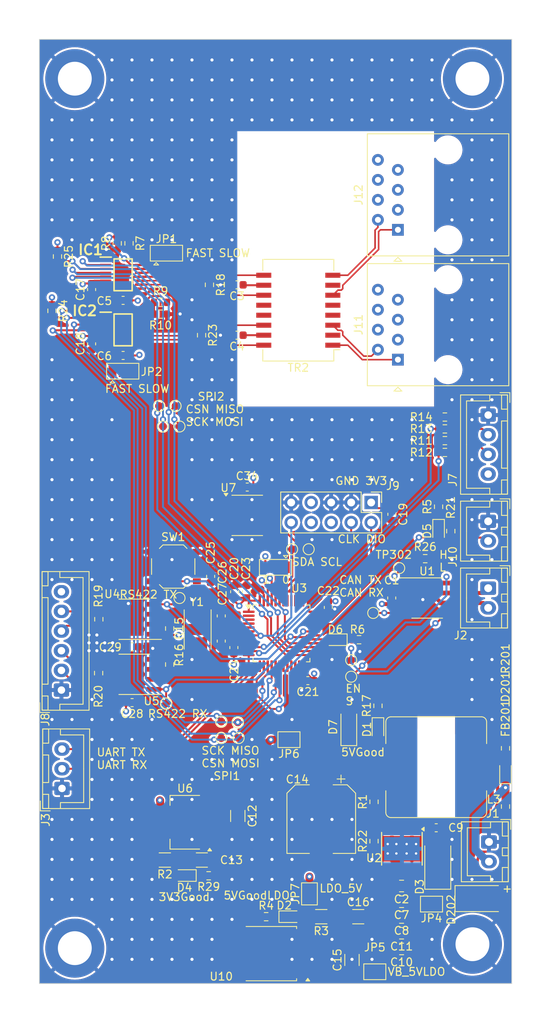
<source format=kicad_pcb>
(kicad_pcb (version 20240108) (generator "pcbnew") (generator_version "8.0")
  (layers (0 "F.Cu" signal) (1 "In1.Cu" signal) (2 "In2.Cu" signal) (31 "B.Cu" signal) (34 "B.Paste" user) (35 "F.Paste" user) (36 "B.SilkS" user "B.Silkscreen") (37 "F.SilkS" user "F.Silkscreen") (38 "B.Mask" user) (39 "F.Mask" user) (44 "Edge.Cuts" user))
  (net 0 "")
  (net 1 "+5V")
  (net 2 "GND")
  (net 3 "Net-(D3-K)")
  (net 4 "Net-(U2-BOOT)")
  (net 5 "VBUS")
  (net 6 "Net-(D4-K)")
  (net 7 "Net-(D5-K)")
  (net 8 "Net-(JP4-B)")
  (net 9 "3V3_REF")
  (net 10 "SWD_RSTN")
  (net 11 "Net-(U3-PD0)")
  (net 12 "Net-(U3-PD1)")
  (net 13 "Net-(D1-K)")
  (net 14 "Net-(D2-K)")
  (net 15 "SPI1_MOSI")
  (net 16 "SPI1_MISO")
  (net 17 "SPI1_SCK")
  (net 18 "SPI1_CSN")
  (net 19 "ISOSPI1_SLOW")
  (net 20 "ISOSPI1_ICMP")
  (net 21 "ISOSPI1_IBIAS")
  (net 22 "SPI2_MOSI")
  (net 23 "SPI2_MISO")
  (net 24 "SPI2_SCK")
  (net 25 "SPI2_CSN")
  (net 26 "ISOSPI2_SLOW")
  (net 27 "ISOSPI2_ICMP")
  (net 28 "ISOSPI2_IBIAS")
  (net 29 "Net-(D6-K)")
  (net 30 "Net-(D6-A)")
  (net 31 "UART2_TX")
  (net 32 "UART2_RX")
  (net 33 "Net-(U2-VSENSE)")
  (net 34 "UART1_TX")
  (net 35 "UART1_RX")
  (net 36 "I2C1_SCL")
  (net 37 "I2C1_SDA")
  (net 43 "Net-(J2-Pin_1)")
  (net 44 "Net-(J2-Pin_2)")
  (net 45 "SWD_SWDIO")
  (net 46 "SWD_SWCLK")
  (net 48 "Net-(J7-Pin_2)")
  (net 49 "Net-(J7-Pin_3)")
  (net 50 "Net-(J8-Pin_2)")
  (net 51 "Net-(J8-Pin_3)")
  (net 52 "Net-(J8-Pin_4)")
  (net 53 "Net-(J8-Pin_5)")
  (net 56 "ERR_OUT")
  (net 57 "BOOT0")
  (net 58 "I_Sen")
  (net 59 "Net-(C13-Pad1)")
  (net 61 "Net-(U5-DE)")
  (net 62 "CAN1_TX")
  (net 63 "CAN1_RX")
  (net 64 "CAN1_EN")
  (net 65 "CAN1_S")
  (net 69 "/Input Stage/ISOSPI2-")
  (net 70 "/Input Stage/ISOSPI2+")
  (net 71 "/Input Stage/ISOSPI1-")
  (net 72 "/Input Stage/ISOSPI1+")
  (net 73 "/Input Stage/I1N")
  (net 74 "/Input Stage/I1P")
  (net 75 "/Input Stage/I2N")
  (net 76 "/Input Stage/I2P")
  (net 91 "Net-(U4-DE)")
  (net 92 "Net-(TR2-C_TX)")
  (net 93 "Net-(TR2-C_RX)")
  (net 94 "Net-(D1-A)")
  (net 95 "Net-(JP5-B)")
  (net 96 "Net-(C16-Pad1)")
  (net 97 "Net-(D2-A)")
  (net 99 "I_Sen_Ref")
  (net 100 "USB_DP")
  (net 101 "USB_DN")
  (net 102 "USB_FB")
  (net 103 "USB_DPC")
  (net 104 "Net-(D201-A)")
  (net 105 "Net-(D201-K)")
  (net 106 "Net-(D202-A)")
  (footprint "Package_QFP:LQFP-48_7x7mm_P0.5mm" (layer "F.Cu") (at 185.75 100.5)
    (property "Reference" "U3")
    (property "Value" "STM32F103C8Tx")
  )
  (footprint "Connector_JST:JST_XH_B2B-XH-A_1x02_P2.50mm_Vertical" (layer "F.Cu") (at 212 86.25 -90)
    (property "Reference" "J10")
    (property "Value" "Error")
  )
  (footprint "Diode_SMD:D_SMA" (layer "F.Cu") (at 211.3 134.2)
    (property "Reference" "D202")
    (property "Value" "SS54")
  )
  (footprint "Package_SO:SOIC-8_3.9x4.9mm_P1.27mm" (layer "F.Cu") (at 167.05 105.7 180)
    (property "Reference" "U5")
    (property "Value" "MAX3078E")
  )
  (footprint "Jumper:SolderJumper-3_P1.3mm_Open_Pad1.0x1.5mm" (layer "F.Cu") (at 185 92.1 180)
    (property "Reference" "JP3" (hide yes))
    (property "Value" "BOOT0")
  )
  (footprint "Resistor_SMD:R_0603_1608Metric" (layer "F.Cu") (at 206.5 76 180)
    (property "Reference" "R11")
    (property "Value" "10k")
  )
  (footprint "LED_SMD:LED_0603_1608Metric" (layer "F.Cu") (at 192.6 101.3 180)
    (property "Reference" "D6")
    (property "Value" "LED")
  )
  (footprint "Capacitor_SMD:C_0805_2012Metric" (layer "F.Cu") (at 201 134.6 180)
    (property "Reference" "C7")
    (property "Value" "2.2u 50V")
  )
  (footprint "Diode_SMD:D_SMA" (layer "F.Cu") (at 205.6 129.5 90)
    (property "Reference" "D3")
    (property "Value" "SS54")
  )
  (footprint "MountingHole:MountingHole_4.3mm_M4_DIN965_Pad_TopBottom" (layer "F.Cu") (at 210 140)
    (property "Reference" "H4" (hide yes))
    (property "Value" "MountingHole_Pad")
  )
  (footprint "TestPoint:TestPoint_Pad_D1.0mm" (layer "F.Cu") (at 194.6 106)
    (property "Reference" "TP14" (hide yes))
    (property "Value" "CAN1_S")
  )
  (footprint "TestPoint:TestPoint_Pad_D1.0mm" (layer "F.Cu") (at 180.2 111.8)
    (property "Reference" "TP4" (hide yes))
    (property "Value" "SPI1_MISO")
  )
  (footprint "Capacitor_SMD:C_0805_2012Metric" (layer "F.Cu") (at 201 132.6 180)
    (property "Reference" "C2")
    (property "Value" "2.2u 50V")
  )
  (footprint "Capacitor_SMD:C_0805_2012Metric" (layer "F.Cu") (at 201 138.6 180)
    (property "Reference" "C11")
    (property "Value" "2.2u 50V")
  )
  (footprint "Connector_JST:JST_XH_B3B-XH-A_1x03_P2.50mm_Vertical" (layer "F.Cu") (at 157.875 120.2 90)
    (property "Reference" "J3")
    (property "Value" "Conn_01x03")
  )
  (footprint "Resistor_SMD:R_0603_1608Metric" (layer "F.Cu") (at 170.385 59.925 180)
    (property "Reference" "R10")
    (property "Value" "1k")
  )
  (footprint "Capacitor_SMD:C_0603_1608Metric" (layer "F.Cu") (at 199.75 96 90)
    (property "Reference" "C1")
    (property "Value" "100n 16V")
  )
  (footprint "Capacitor_SMD:C_1206_3216Metric" (layer "F.Cu") (at 180.2 123.7 -90)
    (property "Reference" "C12")
    (property "Value" "10u 50V")
  )
  (footprint "MountingHole:MountingHole_4.3mm_M4_DIN965_Pad_TopBottom" (layer "F.Cu") (at 210 30)
    (property "Reference" "H1" (hide yes))
    (property "Value" "MountingHole_Pad")
  )
  (footprint "Jumper:SolderJumper-2_P1.3mm_Bridged_Pad1.0x1.5mm" (layer "F.Cu") (at 204.8 134.9 180)
    (property "Reference" "JP4")
    (property "Value" "VB_5V")
  )
  (footprint "TestPoint:TestPoint_Pad_D1.0mm" (layer "F.Cu") (at 194.6 103.9)
    (property "Reference" "TP15" (hide yes))
    (property "Value" "CAN1_EN")
  )
  (footprint "Capacitor_SMD:C_0603_1608Metric" (layer "F.Cu") (at 181.3 95.2 90)
    (property "Reference" "C23")
    (property "Value" "1u 10V")
  )
  (footprint "Transformer_SMD:Transformer_Ethernet_Wuerth_749013011A" (layer "F.Cu") (at 187.885 59.425 180)
    (property "Reference" "TR2")
    (property "Value" "Wuerth_749013011A")
  )
  (footprint "Jumper:SolderJumper-2_P1.3mm_Open_Pad1.0x1.5mm" (layer "F.Cu") (at 189.3 133.6 90)
    (property "Reference" "JP7")
    (property "Value" "LDO_5V")
  )
  (footprint "Resistor_SMD:R_0603_1608Metric" (layer "F.Cu") (at 207.25 87.5 90)
    (property "Reference" "R21")
    (property "Value" "10k")
  )
  (footprint "Resistor_SMD:R_0603_1608Metric" (layer "F.Cu") (at 171.55 104.45 90)
    (property "Reference" "R16")
    (property "Value" "10k")
  )
  (footprint "Resistor_SMD:R_0603_1608Metric" (layer "F.Cu") (at 183.8 136.5 180)
    (property "Reference" "R4")
    (property "Value" "2k")
  )
  (footprint "Resistor_SMD:R_0603_1608Metric" (layer "F.Cu") (at 157.3 52.6 -90)
    (property "Reference" "R25")
    (property "Value" "10k")
  )
  (footprint "Resistor_SMD:R_0603_1608Metric" (layer "F.Cu") (at 206.5 73)
    (property "Reference" "R14")
    (property "Value" "20k")
  )
  (footprint "TestPoint:TestPoint_Pad_D1.0mm" (layer "F.Cu") (at 170.7 74.2)
    (property "Reference" "TP13" (hide yes))
    (property "Value" "SPI2_SCK")
  )
  (footprint "Capacitor_SMD:C_0603_1608Metric" (layer "F.Cu") (at 166.775 109.295 180)
    (property "Reference" "C28")
    (property "Value" "100n 16V")
  )
  (footprint "Capacitor_SMD:C_0603_1608Metric" (layer "F.Cu") (at 179.8 95.2 90)
    (property "Reference" "C20")
    (property "Value" "1u 10V")
  )
  (footprint "Inductor_SMD:L_Bourns_SRR1260" (layer "F.Cu") (at 205.4 117.5 180)
    (property "Reference" "L3")
    (property "Value" "22uH")
  )
  (footprint "Resistor_SMD:R_0603_1608Metric" (layer "F.Cu") (at 204 91 180)
    (property "Reference" "R26")
    (property "Value" "120")
  )
  (footprint "Resistor_SMD:R_0603_1608Metric" (layer "F.Cu") (at 205.7 84.4 90)
    (property "Reference" "R5")
    (property "Value" "1k")
  )
  (footprint "Resistor_SMD:R_0603_1608Metric" (layer "F.Cu") (at 164.885 50.925 90)
    (property "Reference" "R8")
    (property "Value" "1k")
  )
  (footprint "Connector_RJ:RJ45_Amphenol_54602-x08_Horizontal" (layer "F.Cu") (at 200.535 49.2075 90)
    (property "Reference" "J12")
    (property "Value" "RJ45")
  )
  (footprint "Capacitor_SMD:C_0603_1608Metric" (layer "F.Cu") (at 180.1 62.6 180)
    (property "Reference" "C4")
    (property "Value" "12p")
  )
  (footprint "Resistor_SMD:R_0603_1608Metric" (layer "F.Cu") (at 206.5 77.5)
    (property "Reference" "R12")
    (property "Value" "20k")
  )
  (footprint "Jumper:SolderJumper-3_P1.3mm_Open_Pad1.0x1.5mm" (layer "F.Cu") (at 171.135 52.175)
    (property "Reference" "JP1")
    (property "Value" "ISOSPI1_SLOW")
  )
  (footprint "Samacsys:SOP50P490X110-16N" (layer "F.Cu") (at 165.635 54.925)
    (property "Reference" "IC1")
    (property "Value" "LTC6820HMS#3ZZPBF" (hide yes))
  )
  (footprint "TestPoint:TestPoint_Pad_D1.0mm" (layer "F.Cu") (at 197.4 97.9)
    (property "Reference" "TP301" (hide yes))
    (property "Value" "CAN1_RX")
  )
  (footprint "Capacitor_SMD:C_0805_2012Metric" (layer "F.Cu") (at 201 136.6 180)
    (property "Reference" "C8")
    (property "Value" "2.2u 50V")
  )
  (footprint "Resistor_SMD:R_0603_1608Metric" (layer "F.Cu") (at 171.55 99.875 90)
    (property "Reference" "R15")
    (property "Value" "10k")
  )
  (footprint "MountingHole:MountingHole_4.3mm_M4_DIN965_Pad_TopBottom" (layer "F.Cu") (at 159.5 140.5)
    (property "Reference" "H3" (hide yes))
    (property "Value" "MountingHole_Pad")
  )
  (footprint "Capacitor_SMD:C_1206_3216Metric" (layer "F.Cu") (at 194.7 142 90)
    (property "Reference" "C15")
    (property "Value" "10u 50V")
  )
  (footprint "TestPoint:TestPoint_Pad_D1.0mm" (layer "F.Cu") (at 172.3 71.6)
    (property "Reference" "TP12" (hide yes))
    (property "Value" "SPI2_MISO")
  )
  (footprint "Resistor_SMD:R_0603_1608Metric" (layer "F.Cu") (at 166.385 50.925 -90)
    (property "Reference" "R7")
    (property "Value" "1k")
  )
  (footprint "Resistor_SMD:R_0603_1608Metric" (layer "F.Cu") (at 197.5 121.9 90)
    (property "Reference" "R1")
    (property "Value" "10k")
  )
  (footprint "Package_SO:TI_SO-PowerPAD-8_ThermalVias" (layer "F.Cu") (at 201.04 127.8675 -90)
    (property "Reference" "U2")
    (property "Value" "TPS5430DDA")
  )
  (footprint "LED_SMD:LED_0603_1608Metric" (layer "F.Cu") (at 173.43 131.27 180)
    (property "Reference" "D4")
    (property "Value" "3V3Good")
  )
  (footprint "Resistor_SMD:R_0603_1608Metric" (layer "F.Cu") (at 214.2 122.5 -90)
    (property "Reference" "FB201")
    (property "Value" "220")
  )
  (footprint "Connector_RJ:RJ45_Amphenol_54602-x08_Horizontal" (layer "F.Cu") (at 200.535 65.7075 90)
    (property "Reference" "J11")
    (property "Value" "RJ45")
  )
  (footprint "Resistor_SMD:R_0603_1608Metric" (layer "F.Cu") (at 206.5 74.51)
    (property "Reference" "R13")
    (property "Value" "10k")
  )
  (footprint "LED_SMD:LED_0603_1608Metric" (layer "F.Cu") (at 198 112.7 -90)
    (property "Reference" "D1")
    (property "Value" "5VGood")
  )
  (footprint "TestPoint:TestPoint_Pad_D1.0mm" (layer "F.Cu") (at 187.1 89.8)
    (property "Reference" "TP18" (hide yes))
    (property "Value" "I2C1_SDA")
  )
  (footprint "Resistor_SMD:R_1206_3216Metric" (layer "F.Cu") (at 190.8 136.5 180)
    (property "Reference" "R3")
    (property "Value" "1")
  )
  (footprint "Resistor_SMD:R_0603_1608Metric" (layer "F.Cu") (at 195.6 101.3)
    (property "Reference" "R6")
    (property "Value" "1k")
  )
  (footprint "Jumper:SolderJumper-2_P1.3mm_Open_Pad1.0x1.5mm" (layer "F.Cu") (at 197.6 143.5 180)
    (property "Reference" "JP5")
    (property "Value" "VB_5VLDO")
  )
  (footprint "Resistor_SMD:R_0603_1608Metric" (layer "F.Cu") (at 198 109.7 90)
    (property "Reference" "R17")
    (property "Value" "2k")
  )
  (footprint "TestPoint:TestPoint_Pad_D1.0mm" (layer "F.Cu") (at 172.8 96)
    (property "Reference" "TP6" (hide yes))
    (property "Value" "UART1_TX")
  )
  (footprint "Capacitor_SMD:C_0603_1608Metric" (layer "F.Cu") (at 180.1 56.2 180)
    (property "Reference" "C3")
    (property "Value" "12p")
  )
  (footprint "TestPoint:TestPoint_Pad_D1.0mm" (layer "F.Cu") (at 178.1 113.8)
    (property "Reference" "TP10" (hide yes))
    (property "Value" "SPI1_CSN")
  )
  (footprint "Capacitor_SMD:C_0603_1608Metric" (layer "F.Cu") (at 161.635 63.7 90)
    (property "Reference" "C18")
    (property "Value" "100n 16V")
  )
  (footprint "Crystal:Crystal_SMD_TXC_7A-2Pin_5x3.2mm" (layer "F.Cu") (at 175.1 100 90)
    (property "Reference" "Y1")
    (property "Value" "8M")
  )
  (footprint "TestPoint:TestPoint_Pad_D1.0mm" (layer "F.Cu") (at 171.1 109.4)
    (property "Reference" "TP7" (hide yes))
    (property "Value" "UART1_RX")
  )
  (footprint "Capacitor_SMD:C_0603_1608Metric" (layer "F.Cu") (at 205.4 125.2)
    (property "Reference" "C9")
    (property "Value" "10n")
  )
  (footprint "Connector_PinHeader_2.54mm:PinHeader_2x05_P2.54mm_Vertical" (layer "F.Cu") (at 197.14 83.86 -90)
    (property "Reference" "J9")
    (property "Value" "Conn_ARM_JTAG_SWD_10")
  )
  (footprint "Capacitor_SMD:CP_Elec_8x10.5" (layer "F.Cu") (at 190.8 124.1 -90)
    (property "Reference" "C14")
    (property "Value" "220u")
  )
  (footprint "Capacitor_SMD:C_0603_1608Metric" (layer "F.Cu") (at 178.1 101.475 90)
    (property "Reference" "C27")
    (property "Value" "15p")
  )
  (footprint "Capacitor_SMD:C_0603_1608Metric" (layer "F.Cu") (at 165.635 58.175)
    (property "Reference" "C5")
    (property "Value" "100n 16V")
  )
  (footprint "Jumper:SolderJumper-3_P1.3mm_Open_Pad1.0x1.5mm" (layer "F.Cu") (at 165.585 67.175)
    (property "Reference" "JP2")
    (property "Value" "ISOSPI2_SLOW")
  )
  (footprint "TestPoint:TestPoint_Pad_D1.0mm" (layer "F.Cu") (at 200.7 92.2)
    (property "Reference" "TP302")
    (property "Value" "CAN1_TX")
  )
  (footprint "TestPoint:TestPoint_Pad_D1.0mm" (layer "F.Cu") (at 170.2 71.6)
    (property "Reference" "TP16" (hide yes))
    (property "Value" "SPI2_CSN")
  )
  (footprint "Resistor_SMD:R_0603_1608Metric" (layer "F.Cu") (at 176.6 56.2 -90)
    (property "Reference" "R18")
    (property "Value" "120")
  )
  (footprint "LED_SMD:LED_0603_1608Metric" (layer "F.Cu") (at 205.7 87.5 -90)
    (property "Reference" "D5")
    (property "Value" "ERR")
  )
  (footprint "Diode_SMD:D_SOD-123" (layer "F.Cu") (at 194.3 112.4 90)
    (property "Reference" "D7")
    (property "Value" "5.1V")
  )
  (footprint "Resistor_SMD:R_0603_1608Metric" (layer "F.Cu") (at 176.5 131.3)
    (property "Reference" "R29")
    (property "Value" "2k")
  )
  (footprint "LED_SMD:LED_0603_1608Metric" (layer "F.Cu") (at 214.2 118.1 90)
    (property "Reference" "D201")
    (property "Value" "RED")
  )
  (footprint "TestPoint:TestPoint_Pad_D1.0mm" (layer "F.Cu") (at 180.3 113.8)
    (property "Reference" "TP5" (hide yes))
    (property "Value" "SPI1_MOSI")
  )
  (footprint "Resistor_SMD:R_0603_1608Metric" (layer "F.Cu") (at 214.2 115.1 90)
    (property "Reference" "R201")
    (property "Value" "5k")
  )
  (footprint "Jumper:SolderJumper-2_P1.3mm_Open_Pad1.0x1.5mm" (layer "F.Cu") (at 186.7 114 180)
    (property "Reference" "JP6")
    (property "Value" "SW_5V")
  )
  (footprint "Capacitor_SMD:C_0603_1608Metric" (layer "F.Cu") (at 178.1 98.275 -90)
    (property "Reference" "C26")
    (property "Value" "15p")
  )
  (footprint "Package_TO_SOT_SMD:SOT-223-3_TabPin2" (layer "F.Cu") (at 173.5 124.5 180)
    (property "Reference" "U6")
    (property "Value" "AMS1117-3.3")
  )
  (footprint "Package_SO:SOIC-8_3.9x4.9mm_P1.27mm" (layer "F.Cu") (at 204.25 96)
    (property "Reference" "U1")
    (property "Value" "TJA1051T-E")
  )
  (footprint "TestPoint:TestPoint_Pad_D1.0mm" (layer "F.Cu") (at 178.1 111.7)
    (property "Reference" "TP3" (hide yes))
    (property "Value" "SPI1_SCK")
  )
  (footprint "Capacitor_SMD:C_0603_1608Metric" (layer "F.Cu") (at 161.635 56.8 90)
    (property "Reference" "C17")
    (property "Value" "100n 16V")
  )
  (footprint "Resistor_SMD:R_0603_1608Metric" (layer "F.Cu") (at 175.6 62.6 -90)
    (property "Reference" "R23")
    (property "Value" "120")
  )
  (footprint "Resistor_SMD:R_0603_1608Metric" (layer "F.Cu") (at 162.525 105.545 -90)
    (property "Reference" "R20")
    (property "Value" "120")
  )
  (footprint "LED_SMD:LED_0603_1608Metric" (layer "F.Cu") (at 186.9125 136.5)
    (property "Reference" "D2")
    (property "Value" "5VGoodLDO")
  )
  (footprint "Connector_JST:JST_XH_B6B-XH-A_1x06_P2.50mm_Vertical" (layer "F.Cu") (at 157.8 107.7 90)
    (property "Reference" "J8")
    (property "Value" "RS-422")
  )
  (footprint "Resistor_SMD:R_0603_1608Metric" (layer "F.Cu") (at 197.5 126.9 90)
    (property "Reference" "R22")
    (property "Value" "3.24k")
  )
  (footprint "Connector_JST:JST_XH_B4B-XH-A_1x04_P2.50mm_Vertical" (layer "F.Cu") (at 212 72.75 -90)
    (property "Reference" "J7")
    (property "Value" "I_Sen")
  )
  (footprint "Package_TO_SOT_SMD:TO-252-2" (layer "F.Cu") (at 184.36 141.1975 180)
    (property "Reference" "U10")
    (property "Value" "L7805")
  )
  (footprint "Package_SO:SOIC-8_3.9x4.9mm_P1.27mm" (layer "F.Cu") (at 181.4 85.5)
    (property "Reference" "U7")
    (property "Value" "CAT24C256")
  )
  (footprint "Capacitor_SMD:C_0603_1608Metric" (layer "F.Cu") (at 199.77 85.36 -90)
    (property "Reference" "C19")
    (property "Value" "1u 10V")
  )
  (footprint "MountingHole:MountingHole_4.3mm_M4_DIN965_Pad_TopBottom" (layer "F.Cu") (at 159.5 30)
    (property "Reference" "H2" (hide yes))
    (property "Value" "MountingHole_Pad")
  )
  (footprint "Connector_JST:JST_XH_B2B-XH-A_1x02_P2.50mm_Vertical" (layer "F.Cu") (at 212 94.75 -90)
    (property "Reference" "J2")
    (property "Value" "CAN1")
  )
  (footprint "TestPoint:TestPoint_Pad_D1.0mm" (layer "F.Cu") (at 172.8 74.2)
    (property "Reference" "TP11" (hide yes))
    (property "Value" "SPI2_MOSI")
  )
  (footprint "Capacitor_SMD:C_0603_1608Metric" (layer "F.Cu") (at 166.8 102.2 180)
    (property "Reference" "C29")
    (property "Value" "100n 16V")
  )
  (footprint "Capacitor_SMD:C_0805_2012Metric" (layer "F.Cu") (at 201 140.6 180)
    (property "Reference" "C10")
    (property "Value" "2.2u 50V")
  )
  (footprint "Capacitor_SMD:C_0603_1608Metric" (layer "F.Cu") (at 181.4 81.9 180)
    (property "Reference" "C34")
    (property "Value" "1u 10V")
  )
  (footprint "Capacitor_SMD:C_1206_3216Metric" (layer "F.Cu") (at 175.6375 129.3)
    (property "Reference" "C13")
    (property "Value" "10u 50V")
  )
  (footprint "Resistor_SMD:R_1206_3216Metric" (layer "F.Cu") (at 170.9375 129.3 180)
    (property "Reference" "R2")
    (property "Value" "1")
  )
  (footprint "Capacitor_SMD:C_0603_1608Metric" (layer "F.Cu") (at 165.635 65.175)
    (property "Reference" "C6")
    (property "Value" "100n 16V")
  )
  (footprint "Resistor_SMD:R_0603_1608Metric" (layer "F.Cu") (at 156.6 59.5 -90)
    (property "Reference" "R24")
    (property "Value" "10k")
  )
  (footprint "Capacitor_SMD:C_1206_3216Metric" (layer "F.Cu") (at 195.5 136.5)
    (property "Reference" "C16")
    (property "Value" "10u 50V")
  )
  (footprint "Capacitor_SMD:C_0603_1608Metric" (layer "F.Cu") (at 179.7 102.3 90)
    (property "Reference" "C24")
    (property "Value" "10u 10V")
  )
  (footprint "Samacsys:SOP50P490X110-16N" (layer "F.Cu") (at 165.635 61.925)
    (property "Reference" "IC2")
    (property "Value" "LTC6820HMS#3ZZPBF" (hide yes))
  )
  (footprint "Capacitor_SMD:C_0603_1608Metric" (layer "F.Cu") (at 176.75 93.25 -90)
    (property "Reference" "C25")
    (property "Value" "100n 16V")
  )
  (footprint "Capacitor_SMD:C_0603_1608Metric" (layer "F.Cu") (at 191.7 97.2 -90)
    (property "Reference" "C22")
    (property "Value" "1u 10V")
  )
  (footprint "TestPoint:TestPoint_Pad_D1.0mm" (layer "F.Cu") (at 189.2 89.8)
    (property "Reference" "TP17" (hide yes))
    (property "Value" "I2C1_SCL")
  )
  (footprint "Package_SO:SOIC-8_3.9x4.9mm_P1.27mm" (layer "F.Cu") (at 167.05 98.7 180)
    (property "Reference" "U4")
    (property "Value" "MAX3078E")
  )
  (footprint "Button_Switch_SMD:SW_Push_1P1T_XKB_TS-1187A" (layer "F.Cu") (at 172 92)
    (property "Reference" "SW1")
    (property "Value" "RESET")
  )
  (footprint "Connector_JST:JST_XH_B2B-XH-A_1x02_P2.50mm_Vertical" (layer "F.Cu") (at 212.1 127 -90)
    (property "Reference" "J1")
    (property "Value" "PWR")
  )
  (footprint "Resistor_SMD:R_0603_1608Metric" (layer "F.Cu") (at 170.385 58.425)
    (property "Reference" "R9")
    (property "Value" "1k")
  )
  (footprint "Resistor_SMD:R_0603_1608Metric" (layer "F.Cu") (at 162.55 98.7 -90)
    (property "Reference" "R19")
    (property "Value" "120")
  )
  (footprint "Capacitor_SMD:C_0603_1608Metric" (layer "F.Cu") (at 189.1 106.5 180)
    (property "Reference" "C21")
    (property "Value" "1u 10V")
  )
  (gr_rect (start 155 25) (end 215 145) (stroke (width 0.1)) (fill none) (layer "Edge.Cuts"))
  (gr_text "SDA SCL" (at 187 92 0) (layer "F.SilkS") (effects (font (size 1 1)) (justify left bottom)))
  (gr_text "  SPI2\nCSN MISO\nSCK MOSI" (at 173.5 74.2 0) (layer "F.SilkS") (effects (font (size 1 1)) (justify left bottom)))
  (gr_text "CAN TX\nCAN RX" (at 193 95.9 0) (layer "F.SilkS") (effects (font (size 1 1)) (justify left bottom)))
  (gr_text "+\n" (at 213.7 133.5 0) (layer "F.SilkS") (effects (font (size 1 1)) (justify left bottom)))
  (gr_text "RS422 RX\n" (at 168.7 111.3 0) (layer "F.SilkS") (effects (font (size 1 1)) (justify left bottom)))
  (gr_text "H\nL" (at 205.7 92.7 0) (layer "F.SilkS") (effects (font (size 1 1)) (justify left bottom)))
  (gr_text "GND 3V3\n" (at 192.5 81.7 0) (layer "F.SilkS") (effects (font (size 1 1)) (justify left bottom)))
  (gr_text "CLK DIO" (at 192.8 89.1 0) (layer "F.SilkS") (effects (font (size 1 1)) (justify left bottom)))
  (gr_text "SCK MISO\nCSN MOSI\n  SPI1" (at 175.5 119.2 0) (layer "F.SilkS") (effects (font (size 1 1)) (justify left bottom)))
  (gr_text "1  0\n" (at 183.25 94.25 0) (layer "F.SilkS") (effects (font (size 1 1)) (justify left bottom)))
  (gr_text "EN\nS\n" (at 193.8 109.7 0) (layer "F.SilkS") (effects (font (size 1 1)) (justify left bottom)))
  (gr_text "FAST SLOW" (at 163.25 70 0) (layer "F.SilkS") (effects (font (size 1 1)) (justify left bottom)))
  (gr_text "UART TX\nUART RX\n" (at 162.2 117.8 0) (layer "F.SilkS") (effects (font (size 1 1)) (justify left bottom)))
  (gr_text "RS422 TX" (at 165.1 96.14 0) (layer "F.SilkS") (effects (font (size 1 1)) (justify left bottom)))
  (gr_text "FAST SLOW" (at 173.5 52.75 0) (layer "F.SilkS") (effects (font (size 1 1)) (justify left bottom)))
  (segment (start 167.241 57.281) (end 167.241 57.344) (width 0.25) (layer "F.Cu") (net 1))
  (segment (start 199.75 96.775) (end 198.525 96.775) (width 0.5) (layer "F.Cu") (net 1))
  (segment (start 166.8095 56.45962) (end 167.02488 56.675) (width 0.25) (layer "F.Cu") (net 1))
  (segment (start 167.475 58.175) (end 167.5 58.2) (width 0.25) (layer "F.Cu") (net 1))
  (segment (start 166.41 58.175) (end 167.475 58.175) (width 0.25) (layer "F.Cu") (net 1))
  (segment (start 186.05 114) (end 184.4 114) (width 1) (layer "F.Cu") (net 1))
  (segment (start 166.41 58.112) (end 167.847 56.675) (width 0.25) (layer "F.Cu") (net 1))
  (segment (start 167.02488 55.175) (end 166.8095 55.39038) (width 0.25) (layer "F.Cu") (net 1))
  (segment (start 176.65 121.75) (end 184.4 114) (width 1) (layer "F.Cu") (net 1))
  (segment (start 198.525 96.775) (end 198.5 96.75) (width 0.5) (layer "F.Cu") (net 1))
  (segment (start 166.8095 62.39038) (end 167.02488 62.175) (width 0.25) (layer "F.Cu") (net 1))
  (segment (start 167.02488 56.675) (end 167.847 56.675) (width 0.25) (layer "F.Cu") (net 1))
  (segment (start 201.775 96.635) (end 199.89 96.635) (width 0.5) (layer "F.Cu") (net 1))
  (segment (start 167.625 65.175) (end 167.7 65.1) (width 0.25) (layer "F.Cu") (net 1))
  (segment (start 166.8095 55.39038) (end 166.8095 56.45962) (width 0.25) (layer "F.Cu") (net 1))
  (segment (start 167.847 55.175) (end 169.78396 55.175) (width 0.25) (layer "F.Cu") (net 1))
  (segment (start 167.02488 63.675) (end 166.8095 63.45962) (width 0.25) (layer "F.Cu") (net 1))
  (segment (start 172.435 53.125) (end 172.435 52.175) (width 0.25) (layer "F.Cu") (net 1))
  (segment (start 166.8095 63.45962) (end 166.8095 62.39038) (width 0.25) (layer "F.Cu") (net 1))
  (segment (start 166.41 65.175) (end 166.41 65.112) (width 0.25) (layer "F.Cu") (net 1))
  (segment (start 171.36 54.2) (end 172.435 53.125) (width 0.25) (layer "F.Cu") (net 1))
  (segment (start 180.2 122.225) (end 176.675 122.225) (width 1) (layer "F.Cu") (net 1))
  (segment (start 189.3 132.95) (end 189.3 131.4) (width 1) (layer "F.Cu") (net 1))
  (segment (start 170.75896 54.2) (end 171.36 54.2) (width 0.25) (layer "F.Cu") (net 1))
  (segment (start 199.89 96.635) (end 199.75 96.775) (width 0.5) (layer "F.Cu") (net 1))
  (segment (start 167.847 55.175) (end 167.02488 55.175) (width 0.25) (layer "F.Cu") (net 1))
  (segment (start 167.241 57.344) (end 166.41 58.175) (width 0.25) (layer "F.Cu") (net 1))
  (segment (start 169.78396 55.175) (end 170.75896 54.2) (width 0.25) (layer "F.Cu") (net 1))
  (segment (start 166.41 58.175) (end 166.41 58.112) (width 0.25) (layer "F.Cu") (net 1))
  (segment (start 166.885 65.65) (end 166.41 65.175) (width 0.25) (layer "F.Cu") (net 1))
  (segment (start 176.675 122.225) (end 176.65 122.2) (width 1) (layer "F.Cu") (net 1))
  (segment (start 167.847 63.675) (end 167.02488 63.675) (width 0.25) (layer "F.Cu") (net 1))
  (segment (start 166.41 65.112) (end 167.847 63.675) (width 0.25) (layer "F.Cu") (net 1))
  (segment (start 166.41 65.175) (end 167.625 65.175) (width 0.25) (layer "F.Cu") (net 1))
  (segment (start 166.885 67.175) (end 166.885 65.65) (width 0.25) (layer "F.Cu") (net 1))
  (segment (start 176.65 122.2) (end 176.65 121.75) (width 1) (layer "F.Cu") (net 1))
  (segment (start 167.02488 62.175) (end 167.847 62.175) (width 0.25) (layer "F.Cu") (net 1))
  (via (at 184.4 114) (size 0.8) (drill 0.4) (layers "F.Cu" "B.Cu") (net 1))
  (via (at 167.5 58.2) (size 0.8) (drill 0.4) (layers "F.Cu" "B.Cu") (net 1))
  (via (at 189.3 131.4) (size 0.8) (drill 0.4) (layers "F.Cu" "B.Cu") (net 1))
  (via (at 167.7 65.1) (size 0.8) (drill 0.4) (layers "F.Cu" "B.Cu") (net 1))
  (via (at 198.5 96.75) (size 0.8) (drill 0.4) (layers "F.Cu" "B.Cu") (net 1))
  (segment (start 162.935 63.175) (end 161.635 64.475) (width 0.25) (layer "F.Cu") (net 2))
  (segment (start 165.135 63.175) (end 163.423 63.175) (width 0.25) (layer "F.Cu") (net 2))
  (segment (start 165.24512 61.175) (end 164.24512 60.175) (width 0.25) (layer "F.Cu") (net 2))
  (segment (start 166.752088 61.175) (end 165.9095 62.017588) (width 0.25) (layer "F.Cu") (net 2))
  (segment (start 164.86 65.112) (end 163.423 63.675) (width 0.25) (layer "F.Cu") (net 2))
  (segment (start 164.86 65.175) (end 164.86 65.112) (width 0.25) (layer "F.Cu") (net 2))
  (segment (start 163.423 63.175) (end 162.935 63.175) (width 0.25) (layer "F.Cu") (net 2))
  (segment (start 161.875 60.175) (end 161.8 60.1) (width 0.25) (layer "F.Cu") (net 2))
  (segment (start 163.423 56.675) (end 163.423 56.738) (width 0.25) (layer "F.Cu") (net 2))
  (segment (start 188.325 107.675) (end 188.3 107.7) (width 0.25) (layer "F.Cu") (net 2))
  (segment (start 183.5 95.532236) (end 183.5 96.3375) (width 0.25) (layer "F.Cu") (net 2))
  (segment (start 167.847 61.175) (end 166.752088 61.175) (width 0.25) (layer "F.Cu") (net 2))
  (segment (start 163.423 60.175) (end 161.875 60.175) (width 0.25) (layer "F.Cu") (net 2))
  (segment (start 191.425 98.25) (end 191.7 97.975) (width 0.25) (layer "F.Cu") (net 2))
  (segment (start 164.285 67.175) (end 164.285 65.75) (width 0.25) (layer "F.Cu") (net 2))
  (segment (start 188.325 106.5) (end 188.325 107.675) (width 0.25) (layer "F.Cu") (net 2))
  (segment (start 167.847 54.175) (end 166.94006 54.175) (width 0.25) (layer "F.Cu") (net 2))
  (segment (start 162.675 57.575) (end 163.4 58.3) (width 0.25) (layer "F.Cu") (net 2))
  (segment (start 167.847 54.175) (end 165.24512 54.175) (width 0.25) (layer "F.Cu") (net 2))
  (segment (start 163.423 56.738) (end 164.86 58.175) (width 0.25) (layer "F.Cu") (net 2))
  (segment (start 167.847 61.175) (end 165.24512 61.175) (width 0.25) (layer "F.Cu") (net 2))
  (segment (start 168.66912 54.175) (end 169.835 53.00912) (width 0.25) (layer "F.Cu") (net 2))
  (segment (start 179.975 101.25) (end 179.7 101.525) (width 0.25) (layer "F.Cu") (net 2))
  (segment (start 164.24512 60.175) (end 163.423 60.175) (width 0.25) (layer "F.Cu") (net 2))
  (segment (start 199.75 95.225) (end 201.635 95.225) (width 0.25) (layer "F.Cu") (net 2))
  (segment (start 164.285 65.75) (end 164.86 65.175) (width 0.25) (layer "F.Cu") (net 2))
  (segment (start 163.423 63.175) (end 163.423 63.675) (width 0.25) (layer "F.Cu") (net 2))
  (segment (start 164.94006 56.175) (end 163.423 56.175) (width 0.25) (layer "F.Cu") (net 2))
  (segment (start 179.7 101.525) (end 178.825 101.525) (width 0.25) (layer "F.Cu") (net 2))
  (segment (start 189.9125 98.25) (end 191.425 98.25) (width 0.25) (layer "F.Cu") (net 2))
  (segment (start 166.94006 54.175) (end 164.94006 56.175) (width 0.25) (layer "F.Cu") (net 2))
  (segment (start 163.423 56.175) (end 163.035 56.175) (width 0.25) (layer "F.Cu") (net 2))
  (segment (start 163.035 56.175) (end 161.635 57.575) (width 0.25) (layer "F.Cu") (net 2))
  (segment (start 181.3 94.425) (end 182.392764 94.425) (width 0.25) (layer "F.Cu") (net 2))
  (segment (start 165.9095 62.017588) (end 165.9095 62.4005) (width 0.25) (layer "F.Cu") (net 2))
  (segment (start 182.392764 94.425) (end 183.5 95.532236) (width 0.25) (layer "F.Cu") (net 2))
  (segment (start 165.24512 54.175) (end 164.24512 53.175) (width 0.25) (layer "F.Cu") (net 2))
  (segment (start 167.847 54.175) (end 168.66912 54.175) (width 0.25) (layer "F.Cu") (net 2))
  (segment (start 178.825 101.525) (end 178.1 102.25) (width 0.25) (layer "F.Cu") (net 2))
  (segment (start 164.24512 53.175) (end 163.423 53.175) (width 0.25) (layer "F.Cu") (net 2))
  (segment (start 188.325 106.5) (end 188 106.175) (width 0.25) (layer "F.Cu") (net 2))
  (segment (start 201.635 95.225) (end 201.775 95.365) (width 0.25) (layer "F.Cu") (net 2))
  (segment (start 191.933746 97.975) (end 192.512574 97.396172) (width 0.25) (layer "F.Cu") (net 2))
  (segment (start 163.423 56.175) (end 163.423 56.675) (width 0.25) (layer "F.Cu") (net 2))
  (segment (start 188 106.175) (end 188 104.6625) (width 0.25) (layer "F.Cu") (net 2))
  (segment (start 181.5875 101.25) (end 179.975 101.25) (width 0.25) (layer "F.Cu") (net 2))
  (segment (start 161.635 57.575) (end 162.675 57.575) (width 0.25) (layer "F.Cu") (net 2))
  (segment (start 169.835 53.00912) (end 169.835 52.175) (width 0.25) (layer "F.Cu") (net 2))
  (segment (start 165.9095 62.4005) (end 165.135 63.175) (width 0.25) (layer "F.Cu") (net 2))
  (segment (start 191.7 97.975) (end 191.933746 97.975) (width 0.25) (layer "F.Cu") (net 2))
  (via (at 187.08 75.88) (size 0.8) (drill 0.4) (layers "F.Cu" "B.Cu") (net 2))
  (via (at 156.6 75.88) (size 0.8) (drill 0.4) (layers "F.Cu" "B.Cu") (net 2))
  (via (at 171.84 40.32) (size 0.8) (drill 0.4) (layers "F.Cu" "B.Cu") (net 2))
  (via (at 164.22 124.14) (size 0.8) (drill 0.4) (layers "F.Cu" "B.Cu") (net 2))
  (via (at 179.46 53.02) (size 0.8) (drill 0.4) (layers "F.Cu" "B.Cu") (net 2))
  (via (at 194.7 80.96) (size 0.8) (drill 0.4) (layers "F.Cu" "B.Cu") (net 2))
  (via (at 212.48 45.4) (size 0.8) (drill 0.4) (layers "F.Cu" "B.Cu") (net 2))
  (via (at 194.7 78.42) (size 0.8) (drill 0.4) (layers "F.Cu" "B.Cu") (net 2))
  (via (at 207.4 91.12) (size 0.8) (drill 0.4) (layers "F.Cu" "B.Cu") (net 2))
  (via (at 169.3 50.48) (size 0.8) (drill 0.4) (layers "F.Cu" "B.Cu") (net 2))
  (via (at 194.7 75.88) (size 0.8) (drill 0.4) (layers "F.Cu" "B.Cu") (net 2))
  (via (at 156.6 134.3) (size 0.8) (drill 0.4) (layers "F.Cu" "B.Cu") (net 2))
  (via (at 161.3 101.7) (size 0.8) (drill 0.4) (layers "F.Cu" "B.Cu") (net 2))
  (via (at 187.08 141.92) (size 0.8) (drill 0.4) (layers "F.Cu" "B.Cu") (net 2))
  (via (at 184.54 35.24) (size 0.8) (drill 0.4) (layers "F.Cu" "B.Cu") (net 2))
  (via (at 166.76 37.78) (size 0.8) (drill 0.4) (layers "F.Cu" "B.Cu") (net 2))
  (via (at 159.14 47.94) (size 0.8) (drill 0.4) (layers "F.Cu" "B.Cu") (net 2))
  (via (at 159.14 70.8) (size 0.8) (drill 0.4) (layers "F.Cu" "B.Cu") (net 2))
  (via (at 209.94 103.82) (size 0.8) (drill 0.4) (layers "F.Cu" "B.Cu") (net 2))
  (via (at 207.4 45.4) (size 0.8) (drill 0.4) (layers "F.Cu" "B.Cu") (net 2))
  (via (at 169.3 45.4) (size 0.8) (drill 0.4) (layers "F.Cu" "B.Cu") (net 2))
  (via (at 159.14 88.58) (size 0.8) (drill 0.4) (layers "F.Cu" "B.Cu") (net 2))
  (via (at 164.3 102.7) (size 0.8) (drill 0.4) (layers "F.Cu" "B.Cu") (net 2))
  (via (at 164.22 80.96) (size 0.8) (drill 0.4) (layers "F.Cu" "B.Cu") (net 2))
  (via (at 209.94 65.72) (size 0.8) (drill 0.4) (layers "F.Cu" "B.Cu") (net 2))
  (via (at 176.92 70.8) (size 0.8) (drill 0.4) (layers "F.Cu" "B.Cu") (net 2))
  (via (at 192.512574 97.396172) (size 0.8) (drill 0.4) (layers "F.Cu" "B.Cu") (net 2))
  (via (at 174.38 40.32) (size 0.8) (drill 0.4) (layers "F.Cu" "B.Cu") (net 2))
  (via (at 207.4 47.94) (size 0.8) (drill 0.4) (layers "F.Cu" "B.Cu") (net 2))
  (via (at 182 119.06) (size 0.8) (drill 0.4) (layers "F.Cu" "B.Cu") (net 2))
  (via (at 207.4 63.18) (size 0.8) (drill 0.4) (layers "F.Cu" "B.Cu") (net 2))
  (via (at 166.76 139.38) (size 0.8) (drill 0.4) (layers "F.Cu" "B.Cu") (net 2))
  (via (at 179.46 30.16) (size 0.8) (drill 0.4) (layers "F.Cu" "B.Cu") (net 2))
  (via (at 174.38 108.9) (size 0.8) (drill 0.4) (layers "F.Cu" "B.Cu") (net 2))
  (via (at 156.6 80.96) (size 0.8) (drill 0.4) (layers "F.Cu" "B.Cu") (net 2))
  (via (at 174.38 42.86) (size 0.8) (drill 0.4) (layers "F.Cu" "B.Cu") (net 2))
  (via (at 179.46 47.94) (size 0.8) (drill 0.4) (layers "F.Cu" "B.Cu") (net 2))
  (via (at 209.94 60.64) (size 0.8) (drill 0.4) (layers "F.Cu" "B.Cu") (net 2))
  (via (at 187.08 131.76) (size 0.8) (drill 0.4) (layers "F.Cu" "B.Cu") (net 2))
  (via (at 212.48 37.78) (size 0.8) (drill 0.4) (layers "F.Cu" "B.Cu") (net 2))
  (via (at 156.6 111.44) (size 0.8) (drill 0.4) (layers "F.Cu" "B.Cu") (net 2))
  (via (at 212.48 70.8) (size 0.8) (drill 0.4) (layers "F.Cu" "B.Cu") (net 2))
  (via (at 174.38 58.1) (size 0.8) (drill 0.4) (layers "F.Cu" "B.Cu") (net 2))
  (via (at 174.38 116.52) (size 0.8) (drill 0.4) (layers "F.Cu" "B.Cu") (net 2))
  (via (at 169.3 134.3) (size 0.8) (drill 0.4) (layers "F.Cu" "B.Cu") (net 2))
  (via (at 156.6 68.26) (size 0.8) (drill 0.4) (layers "F.Cu" "B.Cu") (net 2))
  (via (at 179.46 50.48) (size 0.8) (drill 0.4) (layers "F.Cu" "B.Cu") (net 2))
  (via (at 176.92 86.04) (size 0.8) (drill 0.4) (layers "F.Cu" "B.Cu") (net 2))
  (via (at 202.32 75.88) (size 0.8) (drill 0.4) (layers "F.Cu" "B.Cu") (net 2))
  (via (at 187.08 139.38) (size 0.8) (drill 0.4) (layers "F.Cu" "B.Cu") (net 2))
  (via (at 169.3 47.94) (size 0.8) (drill 0.4) (layers "F.Cu" "B.Cu") (net 2))
  (via (at 209.94 50.48) (size 0.8) (drill 0.4) (layers "F.Cu" "B.Cu") (net 2))
  (via (at 184.54 30.16) (size 0.8) (drill 0.4) (layers "F.Cu" "B.Cu") (net 2))
  (via (at 169.3 35.24) (size 0.8) (drill 0.4) (layers "F.Cu" "B.Cu") (net 2))
  (via (at 156.6 45.4) (size 0.8) (drill 0.4) (layers "F.Cu" "B.Cu") (net 2))
  (via (at 209.94 86.04) (size 0.8) (drill 0.4) (layers "F.Cu" "B.Cu") (net 2))
  (via (at 184.54 134.3) (size 0.8) (drill 0.4) (layers "F.Cu" "B.Cu") (net 2))
  (via (at 209.94 53.02) (size 0.8) (drill 0.4) (layers "F.Cu" "B.Cu") (net 2))
  (via (at 161.68 113.98) (size 0.8) (drill 0.4) (layers "F.Cu" "B.Cu") (net 2))
  (via (at 209.94 83.5) (size 0.8) (drill 0.4) (layers "F.Cu" "B.Cu") (net 2))
  (via (at 212.48 68.26) (size 0.8) (drill 0.4) (layers "F.Cu" "B.Cu") (net 2))
  (via (at 161.68 35.24) (size 0.8) (drill 0.4) (layers "F.Cu" "B.Cu") (net 2))
  (via (at 189.62 35.24) (size 0.8) (drill 0.4) (layers "F.Cu" "B.Cu") (net 2))
  (via (at 212.48 91.12) (size 0.8) (drill 0.4) (layers "F.Cu" "B.Cu") (net 2))
  (via (at 166.76 126.68) (size 0.8) (drill 0.4) (layers "F.Cu" "B.Cu") (net 2))
  (via (at 161.68 129.22) (size 0.8) (drill 0.4) (layers "F.Cu" "B.Cu") (net 2))
  (via (at 174.38 27.62) (size 0.8) (drill 0.4) (layers "F.Cu" "B.Cu") (net 2))
  (via (at 187.08 78.42) (size 0.8) (drill 0.4) (layers "F.Cu" "B.Cu") (net 2))
  (via (at 161.68 121.6) (size 0.8) (drill 0.4) (layers "F.Cu" "B.Cu") (net 2))
  (via (at 202.32 80.96) (size 0.8) (drill 0.4) (layers "F.Cu" "B.Cu") (net 2))
  (via (at 159.14 75.88) (size 0.8) (drill 0.4) (layers "F.Cu" "B.Cu") (net 2))
  (via (at 159.14 78.42) (size 0.8) (drill 0.4) (layers "F.Cu" "B.Cu") (net 2))
  (via (at 161.68 86.04) (size 0.8) (drill 0.4) (layers "F.Cu" "B.Cu") (net 2))
  (via (at 212.48 42.86) (size 0.8) (drill 0.4) (layers "F.Cu" "B.Cu") (net 2))
  (via (at 164.22 136.84) (size 0.8) (drill 0.4) (layers "F.Cu" "B.Cu") (net 2))
  (via (at 209.94 101.28) (size 0.8) (drill 0.4) (layers "F.Cu" "B.Cu") (net 2))
  (via (at 176.92 68.26) (size 0.8) (drill 0.4) (layers "F.Cu" "B.Cu") (net 2))
  (via (at 189.62 124.14) (size 0.8) (drill 0.4) (layers "F.Cu" "B.Cu") (net 2))
  (via (at 174.38 45.4) (size 0.8) (drill 0.4) (layers "F.Cu" "B.Cu") (net 2))
  (via (at 182 124.14) (size 0.8) (drill 0.4) (layers "F.Cu" "B.Cu") (net 2))
  (via (at 159.14 129.22) (size 0.8) (drill 0.4) (layers "F.Cu" "B.Cu") (net 2))
  (via (at 212.48 65.72) (size 0.8) (drill 0.4) (layers "F.Cu" "B.Cu") (net 2))
  (via (at 161.3 100.7) (size 0.8) (drill 0.4) (layers "F.Cu" "B.Cu") (net 2))
  (via (at 164.22 134.3) (size 0.8) (drill 0.4) (layers "F.Cu" "B.Cu") (net 2))
  (via (at 166.76 40.32) (size 0.8) (drill 0.4) (layers "F.Cu" "B.Cu") (net 2))
  (via (at 176.92 42.86) (size 0.8) (drill 0.4) (layers "F.Cu" "B.Cu") (net 2))
  (via (at 197.24 30.16) (size 0.8) (drill 0.4) (layers "F.Cu" "B.Cu") (net 2))
  (via (at 164.22 111.44) (size 0.8) (drill 0.4) (layers "F.Cu" "B.Cu") (net 2))
  (via (at 169.3 37.78) (size 0.8) (drill 0.4) (layers "F.Cu" "B.Cu") (net 2))
  (via (at 179.46 88.58) (size 0.8) (drill 0.4) (layers "F.Cu" "B.Cu") (net 2))
  (via (at 174.38 53.02) (size 0.8) (drill 0.4) (layers "F.Cu" "B.Cu") (net 2))
  (via (at 182 83.5) (size 0.8) (drill 0.4) (layers "F.Cu" "B.Cu") (net 2))
  (via (at 184.54 75.88) (size 0.8) (drill 0.4) (layers "F.Cu" "B.Cu") (net 2))
  (via (at 156.6 35.24) (size 0.8) (drill 0.4) (layers "F.Cu" "B.Cu") (net 2))
  (via (at 182 134.3) (size 0.8) (drill 0.4) (layers "F.Cu" "B.Cu") (net 2))
  (via (at 174.38 136.84) (size 0.8) (drill 0.4) (layers "F.Cu" "B.Cu") (net 2))
  (via (at 174.38 65.72) (size 0.8) (drill 0.4) (layers "F.Cu" "B.Cu") (net 2))
  (via (at 164.22 113.98) (size 0.8) (drill 0.4) (layers "F.Cu" "B.Cu") (net 2))
  (via (at 156.6 78.42) (size 0.8) (drill 0.4) (layers "F.Cu" "B.Cu") (net 2))
  (via (at 192.16 30.16) (size 0.8) (drill 0.4) (layers "F.Cu" "B.Cu") (net 2))
  (via (at 176.92 27.62) (size 0.8) (drill 0.4) (layers "F.Cu" "B.Cu") (net 2))
  (via (at 209.94 35.24) (size 0.8) (drill 0.4) (layers "F.Cu" "B.Cu") (net 2))
  (via (at 169.3 119.06) (size 0.8) (drill 0.4) (layers "F.Cu" "B.Cu") (net 2))
  (via (at 204.86 27.62) (size 0.8) (drill 0.4) (layers "F.Cu" "B.Cu") (net 2))
  (via (at 161.68 37.78) (size 0.8) (drill 0.4) (layers "F.Cu" "B.Cu") (net 2))
  (via (at 192.16 73.34) (size 0.8) (drill 0.4) (layers "F.Cu" "B.Cu") (net 2))
  (via (at 197.24 78.42) (size 0.8) (drill 0.4) (layers "F.Cu" "B.Cu") (net 2))
  (via (at 187.08 134.3) (size 0.8) (drill 0.4) (layers "F.Cu" "B.Cu") (net 2))
  (via (at 156.6 70.8) (size 0.8) (drill 0.4) (layers "F.Cu" "B.Cu") (net 2))
  (via (at 156.6 129.22) (size 0.8) (drill 0.4) (layers "F.Cu" "B.Cu") (net 2))
  (via (at 176.92 53.02) (size 0.8) (drill 0.4) (layers "F.Cu" "B.Cu") (net 2))
  (via (at 209.94 91.12) (size 0.8) (drill 0.4) (layers "F.Cu" "B.Cu") (net 2))
  (via (at 184.54 27.62) (size 0.8) (drill 0.4) (layers "F.Cu" "B.Cu") (net 2))
  (via (at 207.4 35.24) (size 0.8) (drill 0.4) (layers "F.Cu" "B.Cu") (net 2))
  (via (at 176.92 83.5) (size 0.8) (drill 0.4) (layers "F.Cu" "B.Cu") (net 2))
  (via (at 164.22 131.76) (size 0.8) (drill 0.4) (layers "F.Cu" "B.Cu") (net 2))
  (via (at 184.54 32.7) (size 0.8) (drill 0.4) (layers "F.Cu" "B.Cu") (net 2))
  (via (at 174.38 32.7) (size 0.8) (drill 0.4) (layers "F.Cu" "B.Cu") (net 2))
  (via (at 199.78 27.62) (size 0.8) (drill 0.4) (layers "F.Cu" "B.Cu") (net 2))
  (via (at 202.32 35.24) (size 0.8) (drill 0.4) (layers "F.Cu" "B.Cu") (net 2))
  (via (at 159.14 134.3) (size 0.8) (drill 0.4) (layers "F.Cu" "B.Cu") (net 2))
  (via (at 207.4 42.86) (size 0.8) (drill 0.4) (layers "F.Cu" "B.Cu") (net 2))
  (via (at 179.46 75.88) (size 0.8) (drill 0.4) (layers "F.Cu" "B.Cu") (net 2))
  (via (at 184.54 124.14) (size 0.8) (drill 0.4) (layers "F.Cu" "B.Cu") (net 2))
  (via (at 166.76 141.92) (size 0.8) (drill 0.4) (layers "F.Cu" "B.Cu") (net 2))
  (via (at 164.22 45.4) (size 0.8) (drill 0.4) (layers "F.Cu" "B.Cu") (net 2))
  (via (at 194.7 124.14) (size 0.8) (drill 0.4) (layers "F.Cu" "B.Cu") (net 2))
  (via (at 202.32 27.62) (size 0.8) (drill 0.4) (layers "F.Cu" "B.Cu") (net 2))
  (via (at 192.16 75.88) (size 0.8) (drill 0.4) (layers "F.Cu" "B.Cu") (net 2))
  (via (at 209.94 108.9) (size 0.8) (drill 0.4) (layers "F.Cu" "B.Cu") (net 2))
  (via (at 164.22 91.12) (size 0.8) (drill 0.4) (layers "F.Cu" "B.Cu") (net 2))
  (via (at 184.54 73.34) (size 0.8) (drill 0.4) (layers "F.Cu" "B.Cu") (net 2))
  (via (at 159.14 35.24) (size 0.8) (drill 0.4) (layers "F.Cu" "B.Cu") (net 2))
  (via (at 164.22 27.62) (size 0.8) (drill 0.4) (layers "F.Cu" "B.Cu") (net 2))
  (via (at 159.14 73.34) (size 0.8) (drill 0.4) (layers "F.Cu" "B.Cu") (net 2))
  (via (at 164.22 40.32) (size 0.8) (drill 0.4) (layers "F.Cu" "B.Cu") (net 2))
  (via (at 163.5 51.7) (size 0.8) (drill 0.4) (layers "F.Cu" "B.Cu") (net 2))
  (via (at 187.08 124.14) (size 0.8) (drill 0.4) (layers "F.Cu" "B.Cu") (net 2))
  (via (at 184.54 119.06) (size 0.8) (drill 0.4) (layers "F.Cu" "B.Cu") (net 2))
  (via (at 171.84 119.06) (size 0.8) (drill 0.4) (layers "F.Cu" "B.Cu") (net 2))
  (via (at 182 73.34) (size 0.8) (drill 0.4) (layers "F.Cu" "B.Cu") (net 2))
  (via (at 164.22 119.06) (size 0.8) (drill 0.4) (layers "F.Cu" "B.Cu") (net 2))
  (via (at 156.6 47.94) (size 0.8) (drill 0.4) (layers "F.Cu" "B.Cu") (net 2))
  (via (at 161.68 45.4) (size 0.8) (drill 0.4) (layers "F.Cu" "B.Cu") (net 2))
  (via (at 161.68 93.66) (size 0.8) (drill 0.4) (layers "F.Cu" "B.Cu") (net 2))
  (via (at 161.68 131.76) (size 0.8) (drill 0.4) (layers "F.Cu" "B.Cu") (net 2))
  (via (at 182 35.24) (size 0.8) (drill 0.4) (layers "F.Cu" "B.Cu") (net 2))
  (via (at 207.4 60.64) (size 0.8) (drill 0.4) (layers "F.Cu" "B.Cu") (net 2))
  (via (at 192.16 131.76) (size 0.8) (drill 0.4) (layers "F.Cu" "B.Cu") (net 2))
  (via (at 166.76 35.24) (size 0.8) (drill 0.4) (layers "F.Cu" "B.Cu") (net 2))
  (via (at 159.14 37.78) (size 0.8) (drill 0.4) (layers "F.Cu" "B.Cu") (net 2))
  (via (at 161.68 134.3) (size 0.8) (drill 0.4) (layers "F.Cu" "B.Cu") (net 2))
  (via (at 179.46 65.72) (size 0.8) (drill 0.4) (layers "F.Cu" "B.Cu") (net 2))
  (via (at 207.4 129.22) (size 0.8) (drill 0.4) (layers "F.Cu" "B.Cu") (net 2))
  (via (at 166.76 32.7) (size 0.8) (drill 0.4) (layers "F.Cu" "B.Cu") (net 2))
  (via (at 162.3 102.7) (size 0.8) (drill 0.4) (layers "F.Cu" "B.Cu") (net 2))
  (via (at 174.38 60.64) (size 0.8) (drill 0.4) (layers "F.Cu" "B.Cu") (net 2))
  (via (at 166.76 134.3) (size 0.8) (drill 0.4) (layers "F.Cu" "B.Cu") (net 2))
  (via (at 174.38 96.2) (size 0.8) (drill 0.4) (layers "F.Cu" "B.Cu") (net 2))
  (via (at 174.38 119.06) (size 0.8) (drill 0.4) (layers "F.Cu" "B.Cu") (net 2))
  (via (at 182 75.88) (size 0.8) (drill 0.4) (layers "F.Cu" "B.Cu") (net 2))
  (via (at 164.22 116.52) (size 0.8) (drill 0.4) (layers "F.Cu" "B.Cu") (net 2))
  (via (at 197.24 75.88) (size 0.8) (drill 0.4) (layers "F.Cu" "B.Cu") (net 2))
  (via (at 161.68 83.5) (size 0.8) (drill 0.4) (layers "F.Cu" "B.Cu") (net 2))
  (via (at 212.48 63.18) (size 0.8) (drill 0.4) (layers "F.Cu" "B.Cu") (net 2))
  (via (at 162.3 100.7) (size 0.8) (drill 0.4) (layers "F.Cu" "B.Cu") (net 2))
  (via (at 209.94 40.32) (size 0.8) (drill 0.4) (layers "F.Cu" "B.Cu") (net 2))
  (via (at 197.24 129.22) (size 0.8) (drill 0.4) (layers "F.Cu" "B.Cu") (net 2))
  (via (at 163.3 102.7) (size 0.8) (drill 0.4) (layers "F.Cu" "B.Cu") (net 2))
  (via (at 159.14 40.32) (size 0.8) (drill 0.4) (layers "F.Cu" "B.Cu") (net 2))
  (via (at 192.16 78.42) (size 0.8) (drill 0.4) (layers "F.Cu" "B.Cu") (net 2))
  (via (at 212.48 50.48) (size 0.8) (drill 0.4) (layers "F.Cu" "B.Cu") (net 2))
  (via (at 209.94 37.78) (size 0.8) (drill 0.4) (layers "F.Cu" "B.Cu") (net 2))
  (via (at 169.3 32.7) (size 0.8) (drill 0.4) (layers "F.Cu" "B.Cu") (net 2))
  (via (at 187.08 32.7) (size 0.8) (drill 0.4) (layers "F.Cu" "B.Cu") (net 2))
  (via (at 199.78 30.16) (size 0.8) (drill 0.4) (layers "F.Cu" "B.Cu") (net 2))
  (via (at 176.92 32.7) (size 0.8) (drill 0.4) (layers "F.Cu" "B.Cu") (net 2))
  (via (at 179.46 37.78) (size 0.8) (drill 0.4) (layers "F.Cu" "B.Cu") (net 2))
  (via (at 156.6 86.04) (size 0.8) (drill 0.4) (layers "F.Cu" "B.Cu") (net 2))
  (via (at 192.16 103.82) (size 0.8) (drill 0.4) (layers "F.Cu" "B.Cu") (net 2))
  (via (at 187.08 27.62) (size 0.8) (drill 0.4) (layers "F.Cu" "B.Cu") (net 2))
  (via (at 174.38 139.38) (size 0.8) (drill 0.4) (layers "F.Cu" "B.Cu") (net 2))
  (via (at 209.94 42.86) (size 0.8) (drill 0.4) (layers "F.Cu" "B.Cu") (net 2))
  (via (at 182 27.62) (size 0.8) (drill 0.4) (layers "F.Cu" "B.Cu") (net 2))
  (via (at 164.22 83.5) (size 0.8) (drill 0.4) (layers "F.Cu" "B.Cu") (net 2))
  (via (at 176.92 50.48) (size 0.8) (drill 0.4) (layers "F.Cu" "B.Cu") (net 2))
  (via (at 174.38 78.42) (size 0.8) (drill 0.4) (layers "F.Cu" "B.Cu") (net 2))
  (via (at 209.94 131.76) (size 0.8) (drill 0.4) (layers "F.Cu" "B.Cu") (net 2))
  (via (at 207.4 70.8) (size 0.8) (drill 0.4) (layers "F.Cu" "B.Cu") (net 2))
  (via (at 212.48 55.56) (size 0.8) (drill 0.4) (layers "F.Cu" "B.Cu") (net 2))
  (via (at 166.76 129.22) (size 0.8) (drill 0.4) (layers "F.Cu" "B.Cu") (net 2))
  (via (at 194.7 73.34) (size 0.8) (drill 0.4) (layers "F.Cu" "B.Cu") (net 2))
  (via (at 192.16 88.58) (size 0.8) (drill 0.4) (layers "F.Cu" "B.Cu") (net 2))
  (via (at 194.7 32.7) (size 0.8) (drill 0.4) (layers "F.Cu" "B.Cu") (net 2))
  (via (at 212.48 53.02) (size 0.8) (drill 0.4) (layers "F.Cu" "B.Cu") (net 2))
  (via (at 159.14 68.26) (size 0.8) (drill 0.4) (layers "F.Cu" "B.Cu") (net 2))
  (via (at 171.84 42.86) (size 0.8) (drill 0.4) (layers "F.Cu" "B.Cu") (net 2))
  (via (at 204.86 35.24) (size 0.8) (drill 0.4) (layers "F.Cu" "B.Cu") (net 2))
  (via (at 187.08 35.24) (size 0.8) (drill 0.4) (layers "F.Cu" "B.Cu") (net 2))
  (via (at 182 113.98) (size 0.8) (drill 0.4) (layers "F.Cu" "B.Cu") (net 2))
  (via (at 212.48 60.64) (size 0.8) (drill 0.4) (layers "F.Cu" "B.Cu") (net 2))
  (via (at 179.46 136.84) (size 0.8) (drill 0.4) (layers "F.Cu" "B.Cu") (net 2))
  (via (at 164.22 47.94) (size 0.8) (drill 0.4) (layers "F.Cu" "B.Cu") (net 2))
  (via (at 156.6 37.78) (size 0.8) (drill 0.4) (layers "F.Cu" "B.Cu") (net 2))
  (via (at 192.16 27.62) (size 0.8) (drill 0.4) (layers "F.Cu" "B.Cu") (net 2))
  (via (at 197.24 27.62) (size 0.8) (drill 0.4) (layers "F.Cu" "B.Cu") (net 2))
  (via (at 179.46 73.34) (size 0.8) (drill 0.4) (layers "F.Cu" "B.Cu") (net 2))
  (via (at 169.3 141.92) (size 0.8) (drill 0.4) (layers "F.Cu" "B.Cu") (net 2))
  (via (at 189.62 27.62) (size 0.8) (drill 0.4) (layers "F.Cu" "B.Cu") (net 2))
  (via (at 171.84 35.24) (size 0.8) (drill 0.4) (layers "F.Cu" "B.Cu") (net 2))
  (via (at 212.48 106.36) (size 0.8) (drill 0.4) (layers "F.Cu" "B.Cu") (net 2))
  (via (at 207.4 126.68) (size 0.8) (drill 0.4) (layers "F.Cu" "B.Cu") (net 2))
  (via (at 161.68 124.14) (size 0.8) (drill 0.4) (layers "F.Cu" "B.Cu") (net 2))
  (via (at 159.14 124.14) (size 0.8) (drill 0.4) (layers "F.Cu" "B.Cu") (net 2))
  (via (at 164.22 42.86) (size 0.8) (drill 0.4) (layers "F.Cu" "B.Cu") (net 2))
  (via (at 199.78 73.34) (size 0.8) (drill 0.4) (layers "F.Cu" "B.Cu") (net 2))
  (via (at 179.46 27.62) (size 0.8) (drill 0.4) (layers "F.Cu" "B.Cu") (net 2))
  (via (at 192.16 134.3) (size 0.8) (drill 0.4) (layers "F.Cu" "B.Cu") (net 2))
  (via (at 209.94 47.94) (size 0.8) (drill 0.4) (layers "F.Cu" "B.Cu") (net 2))
  (via (at 197.24 32.7) (size 0.8) (drill 0.4) (layers "F.Cu" "B.Cu") (net 2))
  (via (at 209.94 93.66) (size 0.8) (drill 0.4) (layers "F.Cu" "B.Cu") (net 2))
  (via (at 164.22 93.66) (size 0.8) (drill 0.4) (layers "F.Cu" "B.Cu") (net 2))
  (via (at 179.46 129.22) (size 0.8) (drill 0.4) (layers "F.Cu" "B.Cu") (net 2))
  (via (at 212.48 40.32) (size 0.8) (drill 0.4) (layers "F.Cu" "B.Cu") (net 2))
  (via (at 209.94 63.18) (size 0.8) (drill 0.4) (layers "F.Cu" "B.Cu") (net 2))
  (via (at 156.6 93.66) (size 0.8) (drill 0.4) (layers "F.Cu" "B.Cu") (net 2))
  (via (at 162.3 101.7) (size 0.8) (drill 0.4) (layers "F.Cu" "B.Cu") (net 2))
  (via (at 169.3 27.62) (size 0.8) (drill 0.4) (layers "F.Cu" "B.Cu") (net 2))
  (via (at 182 126.68) (size 0.8) (drill 0.4) (layers "F.Cu" "B.Cu") (net 2))
  (via (at 182 32.7) (size 0.8) (drill 0.4) (layers "F.Cu" "B.Cu") (net 2))
  (via (at 195.7 102.8) (size 0.8) (drill 0.4) (layers "F.Cu" "B.Cu") (net 2))
  (via (at 199.78 80.96) (size 0.8) (drill 0.4) (layers "F.Cu" "B.Cu") (net 2))
  (via (at 182 121.6) (size 0.8) (drill 0.4) (layers "F.Cu" "B.Cu") (net 2))
  (via (at 207.4 53.02) (size 0.8) (drill 0.4) (layers "F.Cu" "B.Cu") (net 2))
  (via (at 209.94 68.26) (size 0.8) (drill 0.4) (layers "F.Cu" "B.Cu") (net 2))
  (via (at 164.22 73.34) (size 0.8) (drill 0.4) (layers "F.Cu" "B.Cu") (net 2))
  (via (at 194.7 131.76) (size 0.8) (drill 0.4) (layers "F.Cu" "B.Cu") (net 2))
  (via (at 171.84 30.16) (size 0.8) (drill 0.4) (layers "F.Cu" "B.Cu") (net 2))
  (via (at 212.48 111.44) (size 0.8) (drill 0.4) (layers "F.Cu" "B.Cu") (net 2))
  (via (at 169.3 42.86) (size 0.8) (drill 0.4) (layers "F.Cu" "B.Cu") (net 2))
  (via (at 171.84 136.84) (size 0.8) (drill 0.4) (layers "F.Cu" "B.Cu") (net 2))
  (via (at 174.38 126.68) (size 0.8) (drill 0.4) (layers "F.Cu" "B.Cu") (net 2))
  (via (at 189.62 80.96) (size 0.8) (drill 0.4) (layers "F.Cu" "B.Cu") (net 2))
  (via (at 161.68 91.12) (size 0.8) (drill 0.4) (layers "F.Cu" "B.Cu") (net 2))
  (via (at 209.94 70.8) (size 0.8) (drill 0.4) (layers "F.Cu" "B.Cu") (net 2))
  (via (at 156.6 83.5) (size 0.8) (drill 0.4) (layers "F.Cu" "B.Cu") (net 2))
  (via (at 202.32 30.16) (size 0.8) (drill 0.4) (layers "F.Cu" "B.Cu") (net 2))
  (via (at 169.4 102.4) (size 0.8) (drill 0.4) (layers "F.Cu" "B.Cu") (net 2))
  (via (at 159.14 42.86) (size 0.8) (drill 0.4) (layers "F.Cu" "B.Cu") (net 2))
  (via (at 159.14 131.76) (size 0.8) (drill 0.4) (layers "F.Cu" "B.Cu") (net 2))
  (via (at 161.68 108.9) (size 0.8) (drill 0.4) (layers "F.Cu" "B.Cu") (net 2))
  (via (at 176.92 30.16) (size 0.8) (drill 0.4) (layers "F.Cu" "B.Cu") (net 2))
  (via (at 212.48 131.76) (size 0.8) (drill 0.4) (layers "F.Cu" "B.Cu") (net 2))
  (via (at 209.94 78.42) (size 0.8) (drill 0.4) (layers "F.Cu" "B.Cu") (net 2))
  (via (at 187.08 111.44) (size 0.8) (drill 0.4) (layers "F.Cu" "B.Cu") (net 2))
  (via (at 169.3 139.38) (size 0.8) (drill 0.4) (layers "F.Cu" "B.Cu") (net 2))
  (via (at 204.86 141.92) (size 0.8) (drill 0.4) (layers "F.Cu" "B.Cu") (net 2))
  (via (at 174.38 141.92) (size 0.8) (drill 0.4) (layers "F.Cu" "B.Cu") (net 2))
  (via (at 156.6 40.32) (size 0.8) (drill 0.4) (layers "F.Cu" "B.Cu") (net 2))
  (via (at 172.875 59.9) (size 0.8) (drill 0.4) (layers "F.Cu" "B.Cu") (net 2))
  (via (at 161.68 126.68) (size 0.8) (drill 0.4) (layers "F.Cu" "B.Cu") (net 2))
  (via (at 161.68 50.48) (size 0.8) (drill 0.4) (layers "F.Cu" "B.Cu") (net 2))
  (via (at 202.32 73.34) (size 0.8) (drill 0.4) (layers "F.Cu" "B.Cu") (net 2))
  (via (at 176.92 35.24) (size 0.8) (drill 0.4) (layers "F.Cu" "B.Cu") (net 2))
  (via (at 197.24 134.3) (size 0.8) (drill 0.4) (layers "F.Cu" "B.Cu") (net 2))
  (via (at 156.6 124.14) (size 0.8) (drill 0.4) (layers "F.Cu" "B.Cu") (net 2))
  (via (at 159.14 111.44) (size 0.8) (drill 0.4) (layers "F.Cu" "B.Cu") (net 2))
  (via (at 176.92 141.92) (size 0.8) (drill 0.4) (layers "F.Cu" "B.Cu") (net 2))
  (via (at 164.22 121.6) (size 0.8) (drill 0.4) (layers "F.Cu" "B.Cu") (net 2))
  (via (at 189.62 78.42) (size 0.8) (drill 0.4) (layers "F.Cu" "B.Cu") (net 2))
  (via (at 179.46 45.4) (size 0.8) (drill 0.4) (layers "F.Cu" "B.Cu") (net 2))
  (via (at 161.68 40.32) (size 0.8) (drill 0.4) (layers "F.Cu" "B.Cu") (net 2))
  (via (at 171.84 88.58) (size 0.8) (drill 0.4) (layers "F.Cu" "B.Cu") (net 2))
  (via (at 194.7 27.62) (size 0.8) (drill 0.4) (layers "F.Cu" "B.Cu") (net 2))
  (via (at 182 88.58) (size 0.8) (drill 0.4) (layers "F.Cu" "B.Cu") (net 2))
  (via (at 159.14 83.5) (size 0.8) (drill 0.4) (layers "F.Cu" "B.Cu") (net 2))
  (via (at 166.76 42.86) (size 0.8) (drill 0.4) (layers "F.Cu" "B.Cu") (net 2))
  (via (at 156.6 73.34) (size 0.8) (drill 0.4) (layers "F.Cu" "B.Cu") (net 2))
  (via (at 163.3 101.7) (size 0.8) (drill 0.4) (layers "F.Cu" "B.Cu") (net 2))
  (via (at 202.32 78.42) (size 0.8) (drill 0.4) (layers "F.Cu" "B.Cu") (net 2))
  (via (at 176.92 116.52) (size 0.8) (drill 0.4) (layers "F.Cu" "B.Cu") (net 2))
  (via (at 161.68 47.94) (size 0.8) (drill 0.4) (layers "F.Cu" "B.Cu") (net 2))
  (via (at 184.54 131.76) (size 0.8) (drill 0.4) (layers "F.Cu" "B.Cu") (net 2))
  (via (at 174.38 73.34) (size 0.8) (drill 0.4) (layers "F.Cu" "B.Cu") (net 2))
  (via (at 194.7 108.9) (size 0.8) (drill 0.4) (layers "F.Cu" "B.Cu") (net 2))
  (via (at 179.46 40.32) (size 0.8) (drill 0.4) (layers "F.Cu" "B.Cu") (net 2))
  (via (at 174.38 83.5) (size 0.8) (drill 0.4) (layers "F.Cu" "B.Cu") (net 2))
  (via (at 161.68 88.58) (size 0.8) (drill 0.4) (layers "F.Cu" "B.Cu") (net 2))
  (via (at 164.22 37.78) (size 0.8) (drill 0.4) (layers "F.Cu" "B.Cu") (net 2))
  (via (at 192.16 139.38) (size 0.8) (drill 0.4) (layers "F.Cu" "B.Cu") (net 2))
  (via (at 174.38 103.82) (size 0.8) (drill 0.4) (layers "F.Cu" "B.Cu") (net 2))
  (via (at 187.08 80.96) (size 0.8) (drill 0.4) (layers "F.Cu" "B.Cu") (net 2))
  (via (at 207.4 58.1) (size 0.8) (drill 0.4) (layers "F.Cu" "B.Cu") (net 2))
  (via (at 164.22 141.92) (size 0.8) (drill 0.4) (layers "F.Cu" "B.Cu") (net 2))
  (via (at 156.6 91.12) (size 0.8) (drill 0.4) (layers "F.Cu" "B.Cu") (net 2))
  (via (at 174.38 35.24) (size 0.8) (drill 0.4) (layers "F.Cu" "B.Cu") (net 2))
  (via (at 187.08 73.34) (size 0.8) (drill 0.4) (layers "F.Cu" "B.Cu") (net 2))
  (via (at 174.38 134.3) (size 0.8) (drill 0.4) (layers "F.Cu" "B.Cu") (net 2))
  (via (at 189.62 73.34) (size 0.8) (drill 0.4) (layers "F.Cu" "B.Cu") (net 2))
  (via (at 184.54 80.96) (size 0.8) (drill 0.4) (layers "F.Cu" "B.Cu") (net 2))
  (via (at 182 78.42) (size 0.8) (drill 0.4) (layers "F.Cu" "B.Cu") (net 2))
  (via (at 174.38 37.78) (size 0.8) (drill 0.4) (layers "F.Cu" "B.Cu") (net 2))
  (via (at 204.86 139.38) (size 0.8) (drill 0.4) (layers "F.Cu" "B.Cu") (net 2))
  (via (at 204.86 32.7) (size 0.8) (drill 0.4) (layers "F.Cu" "B.Cu") (net 2))
  (via (at 156.6 65.72) (size 0.8) (drill 0.4) (layers "F.Cu" "B.Cu") (net 2))
  (via (at 159.14 93.66) (size 0.8) (drill 0.4) (layers "F.Cu" "B.Cu") (net 2))
  (via (at 188.3 107.7) (size 0.8) (drill 0.4) (layers "F.Cu" "B.Cu") (net 2))
  (via (at 179.46 32.7) (size 0.8) (drill 0.4) (layers "F.Cu" "B.Cu") (net 2))
  (via (at 166.76 113.98) (size 0.8) (drill 0.4) (layers "F.Cu" "B.Cu") (net 2))
  (via (at 176.92 75.88) (size 0.8) (drill 0.4) (layers "F.Cu" "B.Cu") (net 2))
  (via (at 171.84 141.92) (size 0.8) (drill 0.4) (layers "F.Cu" "B.Cu") (net 2))
  (via (at 159.14 86.04) (size 0.8) (drill 0.4) (layers "F.Cu" "B.Cu") (net 2))
  (via (at 197.24 141.92) (size 0.8) (drill 0.4) (layers "F.Cu" "B.Cu") (net 2))
  (via (at 212.48 35.24) (size 0.8) (drill 0.4) (layers "F.Cu" "B.Cu") (net 2))
  (via (at 169.3 40.32) (size 0.8) (drill 0.4) (layers "F.Cu" "B.Cu") (net 2))
  (via (at 194.7 141.92) (size 0.8) (drill 0.4) (layers "F.Cu" "B.Cu") (net 2))
  (via (at 171.84 50.48) (size 0.8) (drill 0.4) (layers "F.Cu" "B.Cu") (net 2))
  (via (at 197.24 139.38) (size 0.8) (drill 0.4) (layers "F.Cu" "B.Cu") (net 2))
  (via (at 166.76 131.76) (size 0.8) (drill 0.4) (layers "F.Cu" "B.Cu") (net 2))
  (via (at 176.92 136.84) (size 0.8) (drill 0.4) (layers "F.Cu" "B.Cu") (net 2))
  (via (at 171.84 27.62) (size 0.8) (drill 0.4) (layers "F.Cu" "B.Cu") (net 2))
  (via (at 178 56.2) (size 0.8) (drill 0.4) (layers "F.Cu" "B.Cu") (net 2))
  (via (at 189.62 88.58) (size 0.8) (drill 0.4) (layers "F.Cu" "B.Cu") (net 2))
  (via (at 182 30.16) (size 0.8) (drill 0.4) (layers "F.Cu" "B.Cu") (net 2))
  (via (at 169.3 136.84) (size 0.8) (drill 0.4) (layers "F.Cu" "B.Cu") (net 2))
  (via (at 187.08 129.22) (size 0.8) (drill 0.4) (layers "F.Cu" "B.Cu") (net 2))
  (via (at 171.84 32.7) (size 0.8) (drill 0.4) (layers "F.Cu" "B.Cu") (net 2))
  (via (at 174.38 68.26) (size 0.8) (drill 0.4) (layers "F.Cu" "B.Cu") (net 2))
  (via (at 182 129.22) (size 0.8) (drill 0.4) (layers "F.Cu" "B.Cu") (net 2))
  (via (at 184.54 78.42) (size 0.8) (drill 0.4) (layers "F.Cu" "B.Cu") (net 2))
  (via (at 176.92 47.94) (size 0.8) (drill 0.4) (layers "F.Cu" "B.Cu") (net 2))
  (via (at 194.7 35.24) (size 0.8) (drill 0.4) (layers "F.Cu" "B.Cu") (net 2))
  (via (at 164.22 88.58) (size 0.8) (drill 0.4) (layers "F.Cu" "B.Cu") (net 2))
  (via (at 192.16 124.14) (size 0.8) (drill 0.4) (layers "F.Cu" "B.Cu") (net 2))
  (via (at 166.76 45.4) (size 0.8) (drill 0.4) (layers "F.Cu" "B.Cu") (net 2))
  (via (at 156.6 126.68) (size 0.8) (drill 0.4) (layers "F.Cu" "B.Cu") (net 2))
  (via (at 197.24 131.76) (size 0.8) (drill 0.4) (layers "F.Cu" "B.Cu") (net 2))
  (via (at 176.92 139.38) (size 0.8) (drill 0.4) (layers "F.Cu" "B.Cu") (net 2))
  (via (at 171.84 47.94) (size 0.8) (drill 0.4) (layers "F.Cu" "B.Cu") (net 2))
  (via (at 166.3 96.7) (size 0.8) (drill 0.4) (layers "F.Cu" "B.Cu") (net 2))
  (via (at 209.94 73.34) (size 0.8) (drill 0.4) (layers "F.Cu" "B.Cu") (net 2))
  (via (at 164.22 139.38) (size 0.8) (drill 0.4) (layers "F.Cu" "B.Cu") (net 2))
  (via (at 169.3 30.16) (size 0.8) (drill 0.4) (layers "F.Cu" "B.Cu") (net 2))
  (via (at 164.22 129.22) (size 0.8) (drill 0.4) (layers "F.Cu" "B.Cu") (net 2))
  (via (at 209.94 55.56) (size 0.8) (drill 0.4) (layers "F.Cu" "B.Cu") (net 2))
  (via (at 176.92 73.34) (size 0.8) (drill 0.4) (layers "F.Cu" "B.Cu") (net 2))
  (via (at 156.6 42.86) (size 0.8) (drill 0.4) (layers "F.Cu" "B.Cu") (net 2))
  (via (at 166.76 27.62) (size 0.8) (drill 0.4) (layers "F.Cu" "B.Cu") (net 2))
  (via (at 182 131.76) (size 0.8) (drill 0.4) (layers "F.Cu" "B.Cu") (net 2))
  (via (at 174.38 47.94) (size 0.8) (drill 0.4) (layers "F.Cu" "B.Cu") (net 2))
  (via (at 179.46 78.42) (size 0.8) (drill 0.4) (layers "F.Cu" "B.Cu") (net 2))
  (via (at 171.84 139.38) (size 0.8) (drill 0.4) (layers "F.Cu" "B.Cu") (net 2))
  (via (at 174.38 50.48) (size 0.8) (drill 0.4) (layers "F.Cu" "B.Cu") (net 2))
  (via (at 156.6 88.58) (size 0.8) (drill 0.4) (layers "F.Cu" "B.Cu") (net 2))
  (via (at 169.3 131.76) (size 0.8) (drill 0.4) (layers "F.Cu" "B.Cu") (net 2))
  (via (at 184.54 126.68) (size 0.8) (drill 0.4) (layers "F.Cu" "B.Cu") (net 2))
  (via (at 212.48 47.94) (size 0.8) (drill 0.4) (layers "F.Cu" "B.Cu") (net 2))
  (via (at 171.84 45.4) (size 0.8) (drill 0.4) (layers "F.Cu" "B.Cu") (net 2))
  (via (at 194.7 30.16) (size 0.8) (drill 0.4) (layers "F.Cu" "B.Cu") (net 2))
  (via (at 166.76 136.84) (size 0.8) (drill 0.4) (layers "F.Cu" "B.Cu") (net 2))
  (via (at 159.14 80.96) (size 0.8) (drill 0.4) (layers "F.Cu" "B.Cu") (net 2))
  (via (at 171.84 91.12) (size 0.8) (drill 0.4) (layers "F.Cu" "B.Cu") (net 2))
  (via (at 174.38 75.88) (size 0.8) (drill 0.4) (layers "F.Cu" "B.Cu") (net 2))
  (via (at 187.08 30.16) (size 0.8) (drill 0.4) (layers "F.Cu" "B.Cu") (net 2))
  (via (at 164.3 101.7) (size 0.8) (drill 0.4) (layers "F.Cu" "B.Cu") (net 2))
  (via (at 203.7 96.2) (size 0.8) (drill 0.4) (layers "F.Cu" "B.Cu") (net 2))
  (via (at 192.16 80.96) (size 0.8) (drill 0.4) (layers "F.Cu" "B.Cu") (net 2))
  (via (at 209.94 45.4) (size 0.8) (drill 0.4) (layers "F.Cu" "B.Cu") (net 2))
  (via (at 166.76 124.14) (size 0.8) (drill 0.4) (layers "F.Cu" "B.Cu") (net 2))
  (via (at 185.5 90.25) (size 0.8) (drill 0.4) (layers "F.Cu" "B.Cu") (net 2))
  (via (at 176.92 65.72) (size 0.8) (drill 0.4) (layers "F.Cu" "B.Cu") (net 2))
  (via (at 176.92 119.06) (size 0.8) (drill 0.4) (layers "F.Cu" "B.Cu") (net 2))
  (via (at 199.78 78.42) (size 0.8) (drill 0.4) (layers "F.Cu" "B.Cu") (net 2))
  (via (at 182 91.12) (size 0.8) (drill 0.4) (layers "F.Cu" "B.Cu") (net 2))
  (via (at 176.92 37.78) (size 0.8) (drill 0.4) (layers "F.Cu" "B.Cu") (net 2))
  (via (at 197.24 35.24) (size 0.8) (drill 0.4) (layers "F.Cu" "B.Cu") (net 2))
  (via (at 161.68 78.42) (size 0.8) (drill 0.4) (layers "F.Cu" "B.Cu") (net 2))
  (via (at 189.62 141.92) (size 0.8) (drill 0.4) (layers "F.Cu" "B.Cu") (net 2))
  (via (at 192.16 35.24) (size 0.8) (drill 0.4) (layers "F.Cu" "B.Cu") (net 2))
  (via (at 207.4 131.76) (size 0.8) (drill 0.4) (layers "F.Cu" "B.Cu") (net 2))
  (via (at 189.62 32.7) (size 0.8) (drill 0.4) (layers "F.Cu" "B.Cu") (net 2))
  (via (at 176.92 40.32) (size 0.8) (drill 0.4) (layers "F.Cu" "B.Cu") (net 2))
  (via (at 161.68 111.44) (size 0.8) (drill 0.4) (layers "F.Cu" "B.Cu") (net 2))
  (via (at 174.38 70.8) (size 0.8) (drill 0.4) (layers "F.Cu" "B.Cu") (net 2))
  (via (at 202.32 32.7) (size 0.8) (drill 0.4) (layers "F.Cu" "B.Cu") (net 2))
  (via (at 161.68 80.96) (size 0.8) (drill 0.4) (layers "F.Cu" "B.Cu") (net 2))
  (via (at 166.76 47.94) (size 0.8) (drill 0.4) (layers "F.Cu" "B.Cu") (net 2))
  (via (at 164.22 32.7) (size 0.8) (drill 0.4) (layers "F.Cu" "B.Cu") (net 2))
  (via (at 179.46 134.3) (size 0.8) (drill 0.4) (layers "F.Cu" "B.Cu") (net 2))
  (via (at 164.22 30.16) (size 0.8) (drill 0.4) (layers "F.Cu" "B.Cu") (net 2))
  (via (at 209.94 106.36) (size 0.8) (drill 0.4) (layers "F.Cu" "B.Cu") (net 2))
  (via (at 194.7 134.3) (size 0.8) (drill 0.4) (layers "F.Cu" "B.Cu") (net 2))
  (via (at 174.38 121.6) (size 0.8) (drill 0.4) (layers "F.Cu" "B.Cu") (net 2))
  (via (at 164.22 126.68) (size 0.8) (drill 0.4) (layers "F.Cu" "B.Cu") (net 2))
  (via (at 159.14 91.12) (size 0.8) (drill 0.4) (layers "F.Cu" "B.Cu") (net 2))
  (via (at 164.22 86.04) (size 0.8) (drill 0.4) (layers "F.Cu" "B.Cu") (net 2))
  (via (at 171.84 37.78) (size 0.8) (drill 0.4) (layers "F.Cu" "B.Cu") (net 2))
  (via (at 166.76 119.06) (size 0.8) (drill 0.4) (layers "F.Cu" "B.Cu") (net 2))
  (via (at 179.46 35.24) (size 0.8) (drill 0.4) (layers "F.Cu" "B.Cu") (net 2))
  (via (at 189.62 75.88) (size 0.8) (drill 0.4) (layers "F.Cu" "B.Cu") (net 2))
  (via (at 184.54 116.52) (size 0.8) (drill 0.4) (layers "F.Cu" "B.Cu") (net 2))
  (via (at 207.4 83.5) (size 0.8) (drill 0.4) (layers "F.Cu" "B.Cu") (net 2))
  (via (at 161.3 102.7) (size 0.8) (drill 0.4) (layers "F.Cu" "B.Cu") (net 2))
  (via (at 166.76 30.16) (size 0.8) (drill 0.4) (layers "F.Cu" "B.Cu") (net 2))
  (via (at 179.46 42.86) (size 0.8) (drill 0.4) (layers "F.Cu" "B.Cu") (net 2))
  (via (at 161.68 119.06) (size 0.8) (drill 0.4) (layers "F.Cu" "B.Cu") (net 2))
  (via (at 212.48 103.82) (size 0.8) (drill 0.4) (layers "F.Cu" "B.Cu") (net 2))
  (via (at 156.6 131.76) (size 0.8) (drill 0.4) (layers "F.Cu" "B.Cu") (net 2))
  (via (at 204.86 30.16) (size 0.8) (drill 0.4) (layers "F.Cu" "B.Cu") (net 2))
  (via (at 197.24 80.96) (size 0.8) (drill 0.4) (layers "F.Cu" "B.Cu") (net 2))
  (via (at 171.84 121.6) (size 0.8) (drill 0.4) (layers "F.Cu" "B.Cu") (net 2))
  (via (at 184.54 121.6) (size 0.8) (drill 0.4) (layers "F.Cu" "B.Cu") (net 2))
  (via (at 179.46 116.52) (size 0.8) (drill 0.4) (layers "F.Cu" "B.Cu") (net 2))
  (via (at 182 86.04) (size 0.8) (drill 0.4) (layers "F.Cu" "B.Cu") (net 2))
  (via (at 179.46 70.8) (size 0.8) (drill 0.4) (layers "F.Cu" "B.Cu") (net 2))
  (via (at 212.48 83.5) (size 0.8) (drill 0.4) (layers "F.Cu" "B.Cu") (net 2))
  (via (at 176.92 134.3) (size 0.8) (drill 0.4) (layers "F.Cu" "B.Cu") (net 2))
  (via (at 159.14 50.48) (size 0.8) (drill 0.4) (layers "F.Cu" "B.Cu") (net 2))
  (via (at 209.94 58.1) (size 0.8) (drill 0.4) (layers "F.Cu" "B.Cu") (net 2))
  (via (at 176.92 78.42) (size 0.8) (drill 0.4) (layers "F.Cu" "B.Cu") (net 2))
  (via (at 169.3 113.98) (size 0.8) (drill 0.4) (layers "F.Cu" "B.Cu") (net 2))
  (via (at 192.16 141.92) (size 0.8) (drill 0.4) (layers "F.Cu" "B.Cu") (net 2))
  (via (at 159.14 126.68) (size 0.8) (drill 0.4) (layers "F.Cu" "B.Cu") (net 2))
  (via (at 171.84 134.3) (size 0.8) (drill 0.4) (layers "F.Cu" "B.Cu") (net 2))
  (via (at 199.78 75.88) (size 0.8) (drill 0.4) (layers "F.Cu" "B.Cu") (net 2))
  (via (at 166.76 116.52) (size 0.8) (drill 0.4) (layers "F.Cu" "B.Cu") (net 2))
  (via (at 161.68 116.52) (size 0.8) (drill 0.4) (layers "F.Cu" "B.Cu") (net 2))
  (via (at 194.7 129.22) (size 0.8) (drill 0.4) (layers "F.Cu" "B.Cu") (net 2))
  (via (at 184.54 129.22) (size 0.8) (drill 0.4) (layers "F.Cu" "B.Cu") (net 2))
  (via (at 209.94 98.74) (size 0.8) (drill 0.4) (layers "F.Cu" "B.Cu") (net 2))
  (via (at 174.38 30.16) (size 0.8) (drill 0.4) (layers "F.Cu" "B.Cu") (net 2))
  (via (at 179.46 126.68) (size 0.8) (drill 0.4) (layers "F.Cu" "B.Cu") (net 2))
  (via (at 187.08 126.68) (size 0.8) (drill 0.4) (layers "F.Cu" "B.Cu") (net 2))
  (via (at 176.92 45.4) (size 0.8) (drill 0.4) (layers "F.Cu" "B.Cu") (net 2))
  (via (at 212.48 58.1) (size 0.8) (drill 0.4) (layers "F.Cu" "B.Cu") (net 2))
  (via (at 164.22 35.24) (size 0.8) (drill 0.4) (layers "F.Cu" "B.Cu") (net 2))
  (via (at 161.68 42.86) (size 0.8) (drill 0.4) (layers "F.Cu" "B.Cu") (net 2))
  (via (at 179.46 131.76) (size 0.8) (drill 0.4) (layers "F.Cu" "B.Cu") (net 2))
  (via (at 189.62 30.16) (size 0.8) (drill 0.4) (layers "F.Cu" "B.Cu") (net 2))
  (via (at 199.78 35.24) (size 0.8) (drill 0.4) (layers "F.Cu" "B.Cu") (net 2))
  (via (at 159.14 45.4) (size 0.8) (drill 0.4) (layers "F.Cu" "B.Cu") (net 2))
  (via (at 169.3 111.44) (size 0.8) (drill 0.4) (layers "F.Cu" "B.Cu") (net 2))
  (via (at 199.78 32.7) (size 0.8) (drill 0.4) (layers "F.Cu" "B.Cu") (net 2))
  (via (at 166.76 121.6) (size 0.8) (drill 0.4) (layers "F.Cu" "B.Cu") (net 2))
  (via (at 192.16 32.7) (size 0.8) (drill 0.4) (layers "F.Cu" "B.Cu") (net 2))
  (via (at 194.7 126.68) (size 0.8) (drill 0.4) (layers "F.Cu" "B.Cu") (net 2))
  (via (at 179.46 68.26) (size 0.8) (drill 0.4) (layers "F.Cu" "B.Cu") (net 2))
  (via (at 178 62.6) (size 0.8) (drill 0.4) (layers "F.Cu" "B.Cu") (net 2))
  (via (at 197.24 73.34) (size 0.8) (drill 0.4) (layers "F.Cu" "B.Cu") (net 2))
  (segment (start 208.7 125.2) (end 208.8 125.1) (width 0.25) (layer "F.Cu") (net 3))
  (segment (start 206.175 125.2) (end 208.7 125.2) (width 0.25) (layer "F.Cu") (net 3))
  (segment (start 204.625 125.2) (end 202.9775 125.2) (width 0.25) (layer "F.Cu") (net 4))
  (segment (start 202.9775 125.2) (end 202.945 125.1675) (width 0.25) (layer "F.Cu") (net 4))
  (segment (start 205.45 136.25) (end 205.45 134.9) (width 1) (layer "F.Cu") (net 5))
  (segment (start 208.6 134.9) (end 209.3 134.2) (width 1) (layer "F.Cu") (net 5))
  (segment (start 205.45 134.9) (end 208.6 134.9) (width 1) (layer "F.Cu") (net 5))
  (segment (start 198.35 143.4) (end 201.8 143.4) (width 1) (layer "F.Cu") (net 5))
  (segment (start 201.8 143.4) (end 203.4 141.8) (width 1) (layer "F.Cu") (net 5))
  (segment (start 198.25 143.5) (end 198.35 143.4) (width 1) (layer "F.Cu") (net 5))
  (segment (start 203.4 141.8) (end 203.4 138.3) (width 1) (layer "F.Cu") (net 5))
  (segment (start 203.4 138.3) (end 205.45 136.25) (width 1) (layer "F.Cu") (net 5))
  (segment (start 174.2175 131.27) (end 175.645 131.27) (width 1) (layer "F.Cu") (net 6))
  (segment (start 175.645 131.27) (end 175.675 131.3) (width 1) (layer "F.Cu") (net 6))
  (segment (start 205.7 86.7125) (end 205.7 85.225) (width 0.25) (layer "F.Cu") (net 7))
  (segment (start 202.55 134.9) (end 201.95 134.3) (width 1) (layer "F.Cu") (net 8))
  (segment (start 204.15 134.9) (end 202.55 134.9) (width 1) (layer "F.Cu") (net 8))
  (segment (start 163.423 55.675) (end 161.985 55.675) (width 0.25) (layer "F.Cu") (net 9))
  (segment (start 165.2 101.23) (end 164.575 100.605) (width 0.25) (layer "F.Cu") (net 9))
  (segment (start 183 96.3375) (end 181.6625 96.3375) (width 0.25) (layer "F.Cu") (net 9))
  (segment (start 180.4 97) (end 180.4 96.875) (width 0.25) (layer "F.Cu") (net 9))
  (segment (start 182.175 81.9) (end 182.18 81.9) (width 0.25) (layer "F.Cu") (net 9))
  (segment (start 161.985 55.675) (end 161.635 56.025) (width 0.25) (layer "F.Cu") (net 9))
  (segment (start 160.5 62.7) (end 161.41 62.7) (width 0.25) (layer "F.Cu") (net 9))
  (segment (start 160.6 56.025) (end 160.5 56.125) (width 0.25) (layer "F.Cu") (net 9))
  (segment (start 166.025 107.13) (end 165.55 107.605) (width 0.25) (layer "F.Cu") (net 9))
  (segment (start 181.5875 97.75) (end 181.5875 96.2625) (width 0.25) (layer "F.Cu") (net 9))
  (segment (start 181.6625 96.3375) (end 181.3 95.975) (width 0.25) (layer "F.Cu") (net 9))
  (segment (start 189.875 106.5) (end 189.875 105.625) (width 0.25) (layer "F.Cu") (net 9))
  (segment (start 171.02 101.23) (end 166.3 101.23) (width 0.25) (layer "F.Cu") (net 9))
  (segment (start 166 109.295) (end 166 110.4) (width 0.25) (layer "F.Cu") (net 9))
  (segment (start 181.5875 96.2625) (end 181.3 95.975) (width 0.25) (layer "F.Cu") (net 9))
  (segment (start 164.575 107.605) (end 164.575 107.87) (width 0.25) (layer "F.Cu") (net 9))
  (segment (start 172.6425 131.27) (end 171.445 131.27) (width 0.25) (layer "F.Cu") (net 9))
  (segment (start 157.3 51.775) (end 157.3 50.8) (width 0.25) (layer "F.Cu") (net 9))
  (segment (start 171.445 131.27) (end 169.475 129.3) (width 0.25) (layer "F.Cu") (net 9))
  (segment (start 166.025 102.2) (end 166.025 107.13) (width 0.25) (layer "F.Cu") (net 9))
  (segment (start 170.35 124.5) (end 170.35 121.75) (width 1) (layer "F.Cu") (net 9))
  (segment (start 179.8 95.975) (end 179.8 96.4) (width 0.25) (layer "F.Cu") (net 9))
  (segment (start 179.8 96.4) (end 180.4 97) (width 0.25) (layer "F.Cu") (net 9))
  (segment (start 171.55 100.7) (end 172.7 100.7) (width 0.25) (layer "F.Cu") (net 9))
  (segment (start 179.7 103.075) (end 179.7 104.459103) (width 0.25) (layer "F.Cu") (net 9))
  (segment (start 179.7 102.784052) (end 180.734052 101.75) (width 0.25) (layer "F.Cu") (net 9))
  (segment (start 191.7 96.425) (end 191.2375 96.425) (width 0.25) (layer "F.Cu") (net 9))
  (segment (start 176.65 124.5) (end 170.35 124.5) (width 1) (layer "F.Cu") (net 9))
  (segment (start 166.025 101.505) (end 166.3 101.23) (width 0.25) (layer "F.Cu") (net 9))
  (segment (start 191.2375 96.425) (end 189.9125 97.75) (width 0.25) (layer "F.Cu") (net 9))
  (segment (start 166.3 101.23) (end 165.2 101.23) (width 0.25) (layer "F.Cu") (net 9))
  (segment (start 189.875 105.625) (end 189.9 105.6) (width 0.25) (layer "F.Cu") (net 9))
  (segment (start 180.4 96.875) (end 181.3 95.975) (width 0.25) (layer "F.Cu") (net 9))
  (segment (start 182.18 81.9) (end 183.875 83.595) (width 0.25) (layer "F.Cu") (net 9))
  (segment (start 164.575 107.87) (end 166 109.295) (width 0.25) (layer "F.Cu") (net 9))
  (segment (start 163.423 62.675) (end 161.885 62.675) (width 0.25) (layer "F.Cu") (net 9))
  (segment (start 191.7 96.425) (end 192.575 96.425) (width 0.25) (layer "F.Cu") (net 9))
  (segment (start 182.175 80.75) (end 182.175 81.9) (width 0.25) (layer "F.Cu") (net 9))
  (segment (start 179.8 95.975) (end 181.3 95.975) (width 0.25) (layer "F.Cu") (net 9))
  (segment (start 165.55 107.605) (end 164.575 107.605) (width 0.25) (layer "F.Cu") (net 9))
  (segment (start 171.55 100.7) (end 171.02 101.23) (width 0.25) (layer "F.Cu") (net 9))
  (segment (start 161.635 56.025) (end 160.6 56.025) (width 0.25) (layer "F.Cu") (net 9))
  (segment (start 199.77 84.585) (end 197.865 84.585) (width 0.25) (layer "F.Cu") (net 9))
  (segment (start 169.475 125.375) (end 170.35 124.5) (width 1) (layer "F.Cu") (net 9))
  (segment (start 180.734052 101.75) (end 181.5875 101.75) (width 0.25) (layer "F.Cu") (net 9))
  (segment (start 166.025 102.2) (end 166.025 101.505) (width 0.25) (layer "F.Cu") (net 9))
  (segment (start 188.5 104.6625) (end 188.5 105.125) (width 0.25) (layer "F.Cu") (net 9))
  (segment (start 170.35 121.75) (end 170.3 121.7) (width 1) (layer "F.Cu") (net 9))
  (segment (start 169.475 129.3) (end 169.475 125.375) (width 1) (layer "F.Cu") (net 9))
  (segment (start 161.41 62.7) (end 161.635 62.925) (width 0.25) (layer "F.Cu") (net 9))
  (segment (start 192.575 96.425) (end 192.6 96.4) (width 0.25) (layer "F.Cu") (net 9))
  (segment (start 188.5 105.125) (end 189.875 106.5) (width 0.25) (layer "F.Cu") (net 9))
  (segment (start 179.7 103.075) (end 179.7 102.784052) (width 0.25) (layer "F.Cu") (net 9))
  (segment (start 156.6 58.675) (end 156.6 57.8) (width 0.25) (layer "F.Cu") (net 9))
  (segment (start 183.7 92.1) (end 183.7 90.7) (width 0.25) (layer "F.Cu") (net 9))
  (segment (start 161.885 62.675) (end 161.635 62.925) (width 0.25) (layer "F.Cu") (net 9))
  (via (at 183.7 90.7) (size 0.8) (drill 0.4) (layers "F.Cu" "B.Cu") (net 9))
  (via (at 180.4 97) (size 0.8) (drill 0.4) (layers "F.Cu" "B.Cu") (net 9))
  (via (at 172.7 100.7) (size 0.8) (drill 0.4) (layers "F.Cu" "B.Cu") (net 9))
  (via (at 157.3 50.8) (size 0.8) (drill 0.4) (layers "F.Cu" "B.Cu") (net 9))
  (via (at 192.6 96.4) (size 0.8) (drill 0.4) (layers "F.Cu" "B.Cu") (net 9))
  (via (at 189.9 105.6) (size 0.8) (drill 0.4) (layers "F.Cu" "B.Cu") (net 9))
  (via (at 182.175 80.75) (size 0.8) (drill 0.4) (layers "F.Cu" "B.Cu") (net 9))
  (via (at 166 110.4) (size 0.8) (drill 0.4) (layers "F.Cu" "B.Cu") (net 9))
  (via (at 156.6 57.8) (size 0.8) (drill 0.4) (layers "F.Cu" "B.Cu") (net 9))
  (via (at 160.5 56.125) (size 0.8) (drill 0.4) (layers "F.Cu" "B.Cu") (net 9))
  (via (at 160.5 62.7) (size 0.8) (drill 0.4) (layers "F.Cu" "B.Cu") (net 9))
  (via (at 170.3 121.7) (size 0.8) (drill 0.4) (layers "F.Cu" "B.Cu") (net 9))
  (via (at 179.7 104.459103) (size 0.8) (drill 0.4) (layers "F.Cu" "B.Cu") (net 9))
  (segment (start 169 93.875) (end 173.75 93.875) (width 0.25) (layer "F.Cu") (net 10))
  (segment (start 176.6 93.875) (end 176.75 94.025) (width 0.25) (layer "F.Cu") (net 10))
  (segment (start 183.05 100.75) (end 183.1 100.8) (width 0.25) (layer "F.Cu") (net 10))
  (segment (start 181.5875 100.75) (end 183.05 100.75) (width 0.25) (layer "F.Cu") (net 10))
  (segment (start 173.75 93.875) (end 176.6 93.875) (width 0.25) (layer "F.Cu") (net 10))
  (via (at 173.75 93.875) (size 0.8) (drill 0.4) (layers "F.Cu" "B.Cu") (net 10))
  (via (at 183.1 100.8) (size 0.8) (drill 0.4) (layers "F.Cu" "B.Cu") (net 10))
  (segment (start 176.175 93.875) (end 173.75 93.875) (width 0.25) (layer "B.Cu") (net 10))
  (segment (start 183.1 100.8) (end 184.657977 100.8) (width 0.25) (layer "B.Cu") (net 10))
  (segment (start 183.1 100.8) (end 176.175 93.875) (width 0.25) (layer "B.Cu") (net 10))
  (segment (start 186.995054 86.415054) (end 186.98 86.4) (width 0.25) (layer "B.Cu") (net 10))
  (segment (start 184.657977 100.8) (end 186.995054 98.462923) (width 0.25) (layer "B.Cu") (net 10))
  (segment (start 186.995054 98.462923) (end 186.995054 86.415054) (width 0.25) (layer "B.Cu") (net 10))
  (segment (start 181.5875 99.75) (end 178.8 99.75) (width 0.25) (layer "F.Cu") (net 11))
  (segment (start 176 99.05) (end 175.1 98.15) (width 0.25) (layer "F.Cu") (net 11))
  (segment (start 178.8 99.75) (end 178.1 99.05) (width 0.25) (layer "F.Cu") (net 11))
  (segment (start 178.1 99.05) (end 176 99.05) (width 0.25) (layer "F.Cu") (net 11))
  (segment (start 178.1 100.7) (end 176.25 100.7) (width 0.25) (layer "F.Cu") (net 12))
  (segment (start 176.25 100.7) (end 175.1 101.85) (width 0.25) (layer "F.Cu") (net 12))
  (segment (start 178.55 100.25) (end 178.1 100.7) (width 0.25) (layer "F.Cu") (net 12))
  (segment (start 181.5875 100.25) (end 178.55 100.25) (width 0.25) (layer "F.Cu") (net 12))
  (segment (start 198 111.9125) (end 198 110.525) (width 0.25) (layer "F.Cu") (net 13))
  (segment (start 184.625 136.5) (end 186.125 136.5) (width 1) (layer "F.Cu") (net 14))
  (segment (start 160.434188 59.5) (end 157.9 59.5) (width 0.25) (layer "F.Cu") (net 15))
  (segment (start 185 107.761251) (end 185 104.6625) (width 0.25) (layer "F.Cu") (net 15))
  (segment (start 180.2 113.8) (end 180.3 113.8) (width 0.25) (layer "F.Cu") (net 15))
  (segment (start 184.775 107.986251) (end 185 107.761251) (width 0.25) (layer "F.Cu") (net 15))
  (segment (start 163.423 60.675) (end 161.609188 60.675) (width 0.25) (layer "F.Cu") (net 15))
  (segment (start 179.641941 113.241941) (end 180.2 113.8) (width 0.25) (layer "F.Cu") (net 15))
  (segment (start 161.609188 60.675) (end 160.434188 59.5) (width 0.25) (layer "F.Cu") (net 15))
  (via (at 184.775 107.986251) (size 0.8) (drill 0.4) (layers "F.Cu" "B.Cu") (net 15))
  (via (at 157.9 59.5) (size 0.8) (drill 0.4) (layers "F.Cu" "B.Cu") (net 15))
  (via (at 179.641941 113.241941) (size 0.8) (drill 0.4) (layers "F.Cu" "B.Cu") (net 15))
  (segment (start 180.030851 113.241941) (end 184.775 108.497792) (width 0.25) (layer "B.Cu") (net 15))
  (segment (start 184.775 108.497792) (end 184.775 107.986251) (width 0.25) (layer "B.Cu") (net 15))
  (segment (start 179.641941 113.241941) (end 174.269149 113.241941) (width 0.25) (layer "B.Cu") (net 15))
  (segment (start 167.475 106.447792) (end 167.475 71.973097) (width 0.25) (layer "B.Cu") (net 15))
  (segment (start 157.775 62.273097) (end 157.775 59.625) (width 0.25) (layer "B.Cu") (net 15))
  (segment (start 167.475 71.973097) (end 157.775 62.273097) (width 0.25) (layer "B.Cu") (net 15))
  (segment (start 174.269149 113.241941) (end 167.475 106.447792) (width 0.25) (layer "B.Cu") (net 15))
  (segment (start 157.775 59.625) (end 157.9 59.5) (width 0.25) (layer "B.Cu") (net 15))
  (segment (start 179.641941 113.241941) (end 180.030851 113.241941) (width 0.25) (layer "B.Cu") (net 15))
  (segment (start 160.697792 60.4) (end 158.5 60.4) (width 0.25) (layer "F.Cu") (net 16))
  (segment (start 161.472792 61.175) (end 160.697792 60.4) (width 0.25) (layer "F.Cu") (net 16))
  (segment (start 184.5 106.226789) (end 184.225 106.501789) (width 0.25) (layer "F.Cu") (net 16))
  (segment (start 184.5 104.6625) (end 184.5 106.226789) (width 0.25) (layer "F.Cu") (net 16))
  (segment (start 158.425 60.325) (end 158.5 60.4) (width 0.25) (layer "F.Cu") (net 16))
  (segment (start 163.423 61.175) (end 161.472792 61.175) (width 0.25) (layer "F.Cu") (net 16))
  (segment (start 156.6 60.325) (end 158.425 60.325) (width 0.25) (layer "F.Cu") (net 16))
  (via (at 180.2 111.8) (size 0.8) (drill 0.4) (layers "F.Cu" "B.Cu") (net 16))
  (via (at 184.225 106.501789) (size 0.8) (drill 0.4) (layers "F.Cu" "B.Cu") (net 16))
  (via (at 158.5 60.4) (size 0.8) (drill 0.4) (layers "F.Cu" "B.Cu") (net 16))
  (segment (start 184.225 106.501789) (end 184.05 106.676789) (width 0.25) (layer "B.Cu") (net 16))
  (segment (start 168.075 106.411396) (end 168.075 71.936701) (width 0.25) (layer "B.Cu") (net 16))
  (segment (start 180.2 111.8) (end 173.463604 111.8) (width 0.25) (layer "B.Cu") (net 16))
  (segment (start 168.075 71.936701) (end 158.5 62.361701) (width 0.25) (layer "B.Cu") (net 16))
  (segment (start 184.05 106.676789) (end 184.05 108.586396) (width 0.25) (layer "B.Cu") (net 16))
  (segment (start 158.5 62.361701) (end 158.5 60.4) (width 0.25) (layer "B.Cu") (net 16))
  (segment (start 180.836396 111.8) (end 180.2 111.8) (width 0.25) (layer "B.Cu") (net 16))
  (segment (start 173.463604 111.8) (end 168.075 106.411396) (width 0.25) (layer "B.Cu") (net 16))
  (segment (start 184.05 108.586396) (end 180.836396 111.8) (width 0.25) (layer "B.Cu") (net 16))
  (segment (start 178.1 111.566685) (end 177.523284 110.989969) (width 0.25) (layer "F.Cu") (net 17))
  (segment (start 183.325 107.8) (end 183.325 106.27916) (width 0.25) (layer "F.Cu") (net 17))
  (segment (start 184 105.60416) (end 184 104.6625) (width 0.25) (layer "F.Cu") (net 17))
  (segment (start 161.336396 61.675) (end 163.423 61.675) (width 0.25) (layer "F.Cu") (net 17))
  (segment (start 183.325 106.27916) (end 184 105.60416) (width 0.25) (layer "F.Cu") (net 17))
  (segment (start 178.1 111.7) (end 178.1 111.566685) (width 0.25) (layer "F.Cu") (net 17))
  (segment (start 160.911396 61.25) (end 161.336396 61.675) (width 0.25) (layer "F.Cu") (net 17))
  (segment (start 159.4 61.25) (end 160.911396 61.25) (width 0.25) (layer "F.Cu") (net 17))
  (via (at 159.4 61.25) (size 0.8) (drill 0.4) (layers "F.Cu" "B.Cu") (net 17))
  (via (at 183.325 107.8) (size 0.8) (drill 0.4) (layers "F.Cu" "B.Cu") (net 17))
  (via (at 177.523284 110.989969) (size 0.8) (drill 0.4) (layers "F.Cu" "B.Cu") (net 17))
  (segment (start 183.325 108.675) (end 183.325 107.8) (width 0.25) (layer "B.Cu") (net 17))
  (segment (start 168.525 71.750305) (end 159.4 62.625305) (width 0.25) (layer "B.Cu") (net 17))
  (segment (start 181.010031 110.989969) (end 183.325 108.675) (width 0.25) (layer "B.Cu") (net 17))
  (segment (start 177.523284 110.989969) (end 173.289969 110.989969) (width 0.25) (layer "B.Cu") (net 17))
  (segment (start 177.523284 110.989969) (end 181.010031 110.989969) (width 0.25) (layer "B.Cu") (net 17))
  (segment (start 173.289969 110.989969) (end 168.525 106.225) (width 0.25) (layer "B.Cu") (net 17))
  (segment (start 168.525 106.225) (end 168.525 71.750305) (width 0.25) (layer "B.Cu") (net 17))
  (segment (start 159.4 62.625305) (end 159.4 61.25) (width 0.25) (layer "B.Cu") (net 17))
  (segment (start 177.2 114) (end 177.9 114) (width 0.25) (layer "F.Cu") (net 18))
  (segment (start 156.725 61.975) (end 161 61.975) (width 0.25) (layer "F.Cu") (net 18))
  (segment (start 185.5 108.974694) (end 185.5 104.6625) (width 0.25) (layer "F.Cu") (net 18))
  (segment (start 161 61.975) (end 161.175 62.15) (width 0.25) (layer "F.Cu") (net 18))
  (segment (start 162.144052 62.175) (end 163.423 62.175) (width 0.25) (layer "F.Cu") (net 18))
  (segment (start 162.119052 62.15) (end 162.144052 62.175) (width 0.25) (layer "F.Cu") (net 18))
  (segment (start 156.7 62) (end 156.725 61.975) (width 0.25) (layer "F.Cu") (net 18))
  (segment (start 177.9 114) (end 178.1 113.8) (width 0.25) (layer "F.Cu") (net 18))
  (segment (start 185.487347 108.987347) (end 185.5 108.974694) (width 0.25) (layer "F.Cu") (net 18))
  (segment (start 161.175 62.15) (end 162.119052 62.15) (width 0.25) (layer "F.Cu") (net 18))
  (via (at 156.7 62) (size 0.8) (drill 0.4) (layers "F.Cu" "B.Cu") (net 18))
  (via (at 185.487347 108.987347) (size 0.8) (drill 0.4) (layers "F.Cu" "B.Cu") (net 18))
  (via (at 177.2 114) (size 0.8) (drill 0.4) (layers "F.Cu" "B.Cu") (net 18))
  (segment (start 167.025 72.159493) (end 156.865507 62) (width 0.25) (layer "B.Cu") (net 18))
  (segment (start 179.909188 114) (end 177.2 114) (width 0.25) (layer "B.Cu") (net 18))
  (segment (start 184.921841 108.987347) (end 179.909188 114) (width 0.25) (layer "B.Cu") (net 18))
  (segment (start 156.865507 62) (end 156.7 62) (width 0.25) (layer "B.Cu") (net 18))
  (segment (start 174.390812 114) (end 167.025 106.634188) (width 0.25) (layer "B.Cu") (net 18))
  (segment (start 167.025 106.634188) (end 167.025 72.159493) (width 0.25) (layer "B.Cu") (net 18))
  (segment (start 185.487347 108.987347) (end 184.921841 108.987347) (width 0.25) (layer "B.Cu") (net 18))
  (segment (start 177.2 114) (end 174.390812 114) (width 0.25) (layer "B.Cu") (net 18))
  (segment (start 168.71912 54.625) (end 168.855516 54.625) (width 0.25) (layer "F.Cu") (net 19))
  (segment (start 167.847 54.675) (end 168.66912 54.675) (width 0.25) (layer "F.Cu") (net 19))
  (segment (start 168.855516 54.625) (end 169.730516 53.75) (width 0.25) (layer "F.Cu") (net 19))
  (segment (start 171.135 53.625) (end 171.135 52.175) (width 0.25) (layer "F.Cu") (net 19))
  (segment (start 168.66912 54.675) (end 168.71912 54.625) (width 0.25) (layer "F.Cu") (net 19))
  (segment (start 171.01 53.75) (end 171.135 53.625) (width 0.25) (layer "F.Cu") (net 19))
  (segment (start 169.730516 53.75) (end 171.01 53.75) (width 0.25) (layer "F.Cu") (net 19))
  (segment (start 165.76725 52.83275) (end 166.6095 53.675) (width 0.25) (layer "F.Cu") (net 20))
  (segment (start 163.96 50.1) (end 163.885 50.175) (width 0.25) (layer "F.Cu") (net 20))
  (segment (start 164.885 50.1) (end 163.96 50.1) (width 0.25) (layer "F.Cu") (net 20))
  (segment (start 166.6095 53.675) (end 167.847 53.675) (width 0.25) (layer "F.Cu") (net 20))
  (segment (start 166.385 50.1) (end 164.885 50.1) (width 0.25) (layer "F.Cu") (net 20))
  (via (at 165.76725 52.83275) (size 0.8) (drill 0.4) (layers "F.Cu" "B.Cu") (net 20))
  (via (at 163.885 50.175) (size 0.8) (drill 0.4) (layers "F.Cu" "B.Cu") (net 20))
  (segment (start 165.76725 52.83275) (end 163.885 50.9505) (width 0.25) (layer "B.Cu") (net 20))
  (segment (start 163.885 50.9505) (end 163.885 50.175) (width 0.25) (layer "B.Cu") (net 20))
  (segment (start 166.422 51.75) (end 167.847 53.175) (width 0.25) (layer "F.Cu") (net 21))
  (segment (start 166.385 51.75) (end 166.422 51.75) (width 0.25) (layer "F.Cu") (net 21))
  (segment (start 186.270054 97.793481) (end 186.175 97.888535) (width 0.25) (layer "F.Cu") (net 22))
  (segment (start 160.975 53.675) (end 160.5 53.2) (width 0.25) (layer "F.Cu") (net 22))
  (segment (start 172.15 73.3) (end 172.8 73.95) (width 0.25) (layer "F.Cu") (net 22))
  (segment (start 186.724695 101.75) (end 189.9125 101.75) (width 0.25) (layer "F.Cu") (net 22))
  (segment (start 172.8 73.95) (end 172.8 74.2) (width 0.25) (layer "F.Cu") (net 22))
  (segment (start 186.175 101.200305) (end 186.724695 101.75) (width 0.25) (layer "F.Cu") (net 22))
  (segment (start 186.175 97.888535) (end 186.175 101.200305) (width 0.25) (layer "F.Cu") (net 22))
  (segment (start 163.423 53.675) (end 160.975 53.675) (width 0.25) (layer "F.Cu") (net 22))
  (via (at 186.270054 97.793481) (size 0.8) (drill 0.4) (layers "F.Cu" "B.Cu") (net 22))
  (via (at 160.5 53.2) (size 0.8) (drill 0.4) (layers "F.Cu" "B.Cu") (net 22))
  (via (at 172.15 73.3) (size 0.8) (drill 0.4) (layers "F.Cu" "B.Cu") (net 22))
  (segment (start 160.5 53.2) (end 161.05 53.75) (width 0.25) (layer "B.Cu") (net 22))
  (segment (start 161.05 53.75) (end 167.375305 53.75) (width 0.25) (layer "B.Cu") (net 22))
  (segment (start 167.375305 53.75) (end 172.15 58.524695) (width 0.25) (layer "B.Cu") (net 22))
  (segment (start 172.15 58.524695) (end 172.15 83.673427) (width 0.25) (layer "B.Cu") (net 22))
  (segment (start 172.15 83.673427) (end 186.270054 97.793481) (width 0.25) (layer "B.Cu") (net 22))
  (segment (start 157.3 53.425) (end 157.525 53.2) (width 0.25) (layer "F.Cu") (net 23))
  (segment (start 160.175 54.175) (end 159.2 53.2) (width 0.25) (layer "F.Cu") (net 23))
  (segment (start 172.3 71.6) (end 172.20192 71.6) (width 0.25) (layer "F.Cu") (net 23))
  (segment (start 172.20192 71.6) (end 171.425 72.37692) (width 0.25) (layer "F.Cu") (net 23))
  (segment (start 185.270785 97.83179) (end 185.270785 100.932486) (width 0.25) (layer "F.Cu") (net 23))
  (segment (start 157.525 53.2) (end 159.2 53.2) (width 0.25) (layer "F.Cu") (net 23))
  (segment (start 186.588299 102.25) (end 189.9125 102.25) (width 0.25) (layer "F.Cu") (net 23))
  (segment (start 185.270785 100.932486) (end 186.588299 102.25) (width 0.25) (layer "F.Cu") (net 23))
  (segment (start 163.423 54.175) (end 160.175 54.175) (width 0.25) (layer "F.Cu") (net 23))
  (via (at 171.425 72.37692) (size 0.8) (drill 0.4) (layers "F.Cu" "B.Cu") (net 23))
  (via (at 159.2 53.2) (size 0.8) (drill 0.4) (layers "F.Cu" "B.Cu") (net 23))
  (via (at 185.270785 97.83179) (size 0.8) (drill 0.4) (layers "F.Cu" "B.Cu") (net 23))
  (segment (start 171.425 72.37692) (end 171.425 83.986005) (width 0.25) (layer "B.Cu") (net 23))
  (segment (start 160.2 54.2) (end 159.2 53.2) (width 0.25) (layer "B.Cu") (net 23))
  (segment (start 171.425 58.652208) (end 166.972792 54.2) (width 0.25) (layer "B.Cu") (net 23))
  (segment (start 171.425 72.37692) (end 171.425 58.652208) (width 0.25) (layer "B.Cu") (net 23))
  (segment (start 166.972792 54.2) (end 160.2 54.2) (width 0.25) (layer "B.Cu") (net 23))
  (segment (start 171.425 83.986005) (end 185.270785 97.83179) (width 0.25) (layer "B.Cu") (net 23))
  (segment (start 184.425524 98.539864) (end 184.425524 100.723621) (width 0.25) (layer "F.Cu") (net 24))
  (segment (start 184.425524 100.723621) (end 186.451903 102.75) (width 0.25) (layer "F.Cu") (net 24))
  (segment (start 184.287285 98.012715) (end 184.287285 98.401625) (width 0.25) (layer "F.Cu") (net 24))
  (segment (start 159.613952 54.675) (end 163.423 54.675) (width 0.25) (layer "F.Cu") (net 24))
  (segment (start 170.7 73.3) (end 170.7 74.2) (width 0.25) (layer "F.Cu") (net 24))
  (segment (start 159.215604 54.276652) (end 159.613952 54.675) (width 0.25) (layer "F.Cu") (net 24))
  (segment (start 186.451903 102.75) (end 189.9125 102.75) (width 0.25) (layer "F.Cu") (net 24))
  (segment (start 184.287285 98.401625) (end 184.425524 98.539864) (width 0.25) (layer "F.Cu") (net 24))
  (via (at 170.7 73.3) (size 0.8) (drill 0.4) (layers "F.Cu" "B.Cu") (net 24))
  (via (at 184.287285 98.012715) (size 0.8) (drill 0.4) (layers "F.Cu" "B.Cu") (net 24))
  (via (at 159.215604 54.276652) (size 0.8) (drill 0.4) (layers "F.Cu" "B.Cu") (net 24))
  (segment (start 159.215604 54.276652) (end 159.788952 54.85) (width 0.25) (layer "B.Cu") (net 24))
  (segment (start 170.7 73.3) (end 170.7 84.425431) (width 0.25) (layer "B.Cu") (net 24))
  (segment (start 170.7 84.425431) (end 184.287285 98.012716) (width 0.25) (layer "B.Cu") (net 24))
  (segment (start 170.7 58.563604) (end 170.7 73.3) (width 0.25) (layer "B.Cu") (net 24))
  (segment (start 159.788952 54.85) (end 166.986396 54.85) (width 0.25) (layer "B.Cu") (net 24))
  (segment (start 166.986396 54.85) (end 170.7 58.563604) (width 0.25) (layer "B.Cu") (net 24))
  (segment (start 184.287285 98.012716) (end 184.287285 98.012715) (width 0.25) (layer "B.Cu") (net 24))
  (segment (start 183.975524 98.72626) (end 183.975524 100.910017) (width 0.25) (layer "F.Cu") (net 25))
  (segment (start 183.975524 100.910017) (end 186.315507 103.25) (width 0.25) (layer "F.Cu") (net 25))
  (segment (start 159.2 55.3) (end 159.325 55.175) (width 0.25) (layer "F.Cu") (net 25))
  (segment (start 169.975 72.486264) (end 170.2 72.261264) (width 0.25) (layer "F.Cu") (net 25))
  (segment (start 183.274632 98.025368) (end 183.975524 98.72626) (width 0.25) (layer "F.Cu") (net 25))
  (segment (start 186.315507 103.25) (end 189.9125 103.25) (width 0.25) (layer "F.Cu") (net 25))
  (segment (start 159.325 55.175) (end 163.423 55.175) (width 0.25) (layer "F.Cu") (net 25))
  (segment (start 170.2 72.261264) (end 170.2 71.6) (width 0.25) (layer "F.Cu") (net 25))
  (via (at 169.975 72.486264) (size 0.8) (drill 0.4) (layers "F.Cu" "B.Cu") (net 25))
  (via (at 183.274632 98.025368) (size 0.8) (drill 0.4) (layers "F.Cu" "B.Cu") (net 25))
  (via (at 159.2 55.3) (size 0.8) (drill 0.4) (layers "F.Cu" "B.Cu") (net 25))
  (segment (start 169.975 58.475) (end 166.8 55.3) (width 0.25) (layer "B.Cu") (net 25))
  (segment (start 170.8 85.550736) (end 183.274632 98.025368) (width 0.25) (layer "B.Cu") (net 25))
  (segment (start 170.750736 85.550736) (end 170.8 85.550736) (width 0.25) (layer "B.Cu") (net 25))
  (segment (start 169.975 72.486264) (end 169.975 84.775) (width 0.25) (layer "B.Cu") (net 25))
  (segment (start 169.975 84.775) (end 170.750736 85.550736) (width 0.25) (layer "B.Cu") (net 25))
  (segment (start 169.975 72.486264) (end 169.975 58.475) (width 0.25) (layer "B.Cu") (net 25))
  (segment (start 166.8 55.3) (end 159.2 55.3) (width 0.25) (layer "B.Cu") (net 25))
  (segment (start 165.635 64.425) (end 166.386742 63.673258) (width 0.25) (layer "F.Cu") (net 26))
  (segment (start 166.3595 63.646016) (end 166.3595 62.203984) (width 0.25) (layer "F.Cu") (net 26))
  (segment (start 166.3595 62.203984) (end 166.888484 61.675) (width 0.25) (layer "F.Cu") (net 26))
  (segment (start 166.888484 61.675) (end 167.847 61.675) (width 0.25) (layer "F.Cu") (net 26))
  (segment (start 165.585 67.175) (end 165.635 67.125) (width 0.25) (layer "F.Cu") (net 26))
  (segment (start 165.635 67.125) (end 165.635 64.425) (width 0.25) (layer "F.Cu") (net 26))
  (segment (start 166.386742 63.673258) (end 166.3595 63.646016) (width 0.25) (layer "F.Cu") (net 26))
  (segment (start 169.56 59.925) (end 168.81 60.675) (width 0.25) (layer "F.Cu") (net 27))
  (segment (start 169.56 58.425) (end 169.56 59.925) (width 0.25) (layer "F.Cu") (net 27))
  (segment (start 168.81 60.675) (end 167.847 60.675) (width 0.25) (layer "F.Cu") (net 27))
  (segment (start 171.21 58.425) (end 170.41 57.625) (width 0.25) (layer "F.Cu") (net 28))
  (segment (start 169.142538 57.625) (end 167.847 58.920538) (width 0.25) (layer "F.Cu") (net 28))
  (segment (start 170.41 57.625) (end 169.142538 57.625) (width 0.25) (layer "F.Cu") (net 28))
  (segment (start 167.847 58.920538) (end 167.847 60.175) (width 0.25) (layer "F.Cu") (net 28))
  (segment (start 194.775 101.3) (end 193.3875 101.3) (width 0.25) (layer "F.Cu") (net 29))
  (segment (start 191.7625 101.25) (end 189.9125 101.25) (width 0.25) (layer "F.Cu") (net 30))
  (segment (start 191.8125 101.3) (end 191.7625 101.25) (width 0.25) (layer "F.Cu") (net 30))
  (segment (start 171.5 115.2) (end 181.5875 105.1125) (width 0.25) (layer "F.Cu") (net 31))
  (segment (start 171.5 115.2) (end 157.875 115.2) (width 0.25) (layer "F.Cu") (net 31))
  (segment (start 181.5875 103.25) (end 181.5875 105.1125) (width 0.25) (layer "F.Cu") (net 31))
  (segment (start 183 104.6625) (end 182.673896 104.6625) (width 0.25) (layer "F.Cu") (net 32))
  (segment (start 169.636396 117.7) (end 157.875 117.7) (width 0.25) (layer "F.Cu") (net 32))
  (segment (start 182.673896 104.6625) (end 169.636396 117.7) (width 0.25) (layer "F.Cu") (net 32))
  (segment (start 199.135 125.1675) (end 198.5675 125.1675) (width 0.25) (layer "F.Cu") (net 33))
  (segment (start 197.5 124.1) (end 197.5 122.725) (width 0.25) (layer "F.Cu") (net 33))
  (segment (start 198.5675 125.1675) (end 197.5 124.1) (width 0.25) (layer "F.Cu") (net 33))
  (segment (start 197.5 126.075) (end 197.5 124.1) (width 0.25) (layer "F.Cu") (net 33))
  (segment (start 188.800305 100.975) (end 186.975 100.975) (width 0.25) (layer "F.Cu") (net 34))
  (segment (start 172 96.8) (end 172.8 96) (width 0.25) (layer "F.Cu") (net 34))
  (segment (start 189.025305 100.75) (end 188.800305 100.975) (width 0.25) (layer "F.Cu") (net 34))
  (segment (start 189.9125 100.75) (end 189.025305 100.75) (width 0.25) (layer "F.Cu") (net 34))
  (segment (start 169.53 96.8) (end 169.525 96.795) (width 0.25) (layer "F.Cu") (net 34))
  (segment (start 171.2 96.8) (end 172 96.8) (width 0.25) (layer "F.Cu") (net 34))
  (segment (start 186.975 100.975) (end 186.9 100.9) (width 0.25) (layer "F.Cu") (net 34))
  (segment (start 171.2 96.8) (end 169.53 96.8) (width 0.25) (layer "F.Cu") (net 34))
  (via (at 186.9 100.9) (size 0.8) (drill 0.4) (layers "F.Cu" "B.Cu") (net 34))
  (via (at 171.2 96.8) (size 0.8) (drill 0.4) (layers "F.Cu" "B.Cu") (net 34))
  (segment (start 184.065897 103.734103) (end 178.134103 103.734103) (width 0.25) (layer "B.Cu") (net 34))
  (segment (start 178.134103 103.734103) (end 171.2 96.8) (width 0.25) (layer "B.Cu") (net 34))
  (segment (start 186.9 100.9) (end 184.065897 103.734103) (width 0.25) (layer "B.Cu") (net 34))
  (segment (start 169.53 107.6) (end 169.525 107.605) (width 0.25) (layer "F.Cu") (net 35))
  (segment (start 171.1 109.4) (end 171.1 107.6) (width 0.25) (layer "F.Cu") (net 35))
  (segment (start 171.1 107.6) (end 169.53 107.6) (width 0.25) (layer "F.Cu") (net 35))
  (segment (start 188.5 100.25) (end 189.9125 100.25) (width 0.25) (layer "F.Cu") (net 35))
  (via (at 171.1 107.6) (size 0.8) (drill 0.4) (layers "F.Cu" "B.Cu") (net 35))
  (via (at 188.5 100.25) (size 0.8) (drill 0.4) (layers "F.Cu" "B.Cu") (net 35))
  (segment (start 182.453037 106.375) (end 172.325 106.375) (width 0.25) (layer "B.Cu") (net 35))
  (segment (start 188.5 100.25) (end 188.5 100.328037) (width 0.25) (layer "B.Cu") (net 35))
  (segment (start 172.325 106.375) (end 171.1 107.6) (width 0.25) (layer "B.Cu") (net 35))
  (segment (start 188.5 100.328037) (end 182.453037 106.375) (width 0.25) (layer "B.Cu") (net 35))
  (segment (start 188.492894 89.8) (end 184.827894 86.135) (width 0.25) (layer "F.Cu") (net 36))
  (segment (start 189.2 91.836396) (end 189.2 89.8) (width 0.25) (layer "F.Cu") (net 36))
  (segment (start 186 96.3375) (end 186 95.036396) (width 0.25) (layer "F.Cu") (net 36))
  (segment (start 184.827894 86.135) (end 183.875 86.135) (width 0.25) (layer "F.Cu") (net 36))
  (segment (start 186 95.036396) (end 189.2 91.836396) (width 0.25) (layer "F.Cu") (net 36))
  (segment (start 189.2 89.8) (end 188.492894 89.8) (width 0.25) (layer "F.Cu") (net 36))
  (segment (start 187.1 89.8) (end 186.27 89.8) (width 0.25) (layer "F.Cu") (net 37))
  (segment (start 186.27 89.8) (end 183.875 87.405) (width 0.25) (layer "F.Cu") (net 37))
  (segment (start 187.125 89.825) (end 187.1 89.8) (width 0.25) (layer "F.Cu") (net 37))
  (segment (start 185.5 94.9) (end 185.5 96.3375) (width 0.25) (layer "F.Cu") (net 37))
  (segment (start 187.125 93.275) (end 185.5 94.9) (width 0.25) (layer "F.Cu") (net 37))
  (segment (start 187.125 93.275) (end 187.125 89.825) (width 0.25) (layer "F.Cu") (net 37))
  (segment (start 205.750001 95.365) (end 204.825 94.439999) (width 0.5) (layer "F.Cu") (net 43))
  (segment (start 204.825 94.439999) (end 204.825 91) (width 0.5) (layer "F.Cu") (net 43))
  (segment (start 211.385 95.365) (end 212 94.75) (width 0.5) (layer "F.Cu") (net 43))
  (segment (start 206.725 95.365) (end 205.750001 95.365) (width 0.5) (layer "F.Cu") (net 43))
  (segment (start 206.725 95.365) (end 211.385 95.365) (width 0.5) (layer "F.Cu") (net 43))
  (segment (start 203.2 93.804948) (end 203.2 91.025) (width 0.5) (layer "F.Cu") (net 44))
  (segment (start 203.2 91.025) (end 203.175 91) (width 0.5) (layer "F.Cu") (net 44))
  (segment (start 206.725 96.635) (end 211.385 96.635) (width 0.5) (layer "F.Cu") (net 44))
  (segment (start 206.725 96.635) (end 206.030052 96.635) (width 0.5) (layer "F.Cu") (net 44))
  (segment (start 206.030052 96.635) (end 203.2 93.804948) (width 0.5) (layer "F.Cu") (net 44))
  (segment (start 211.385 96.635) (end 212 97.25) (width 0.5) (layer "F.Cu") (net 44))
  (segment (start 197.14 86.4) (end 197.14 93.794052) (width 0.25) (layer "F.Cu") (net 45))
  (segment (start 192.184052 98.75) (end 189.9125 98.75) (width 0.25) (layer "F.Cu") (net 45))
  (segment (start 197.14 93.794052) (end 192.184052 98.75) (width 0.25) (layer "F.Cu") (net 45))
  (segment (start 194.6 90.2375) (end 194.6 86.4) (width 0.25) (layer "F.Cu") (net 46))
  (segment (start 188.5 96.3375) (end 194.6 90.2375) (width 0.25) (layer "F.Cu") (net 46))
  (segment (start 207.325 74.51) (end 211.26 74.51) (width 0.25) (layer "F.Cu") (net 48))
  (segment (start 211.26 74.51) (end 212 75.25) (width 0.25) (layer "F.Cu") (net 48))
  (segment (start 210.25 76) (end 212 77.75) (width 0.25) (layer "F.Cu") (net 49))
  (segment (start 207.325 76) (end 210.25 76) (width 0.25) (layer "F.Cu") (net 49))
  (segment (start 164.575 106.335) (end 162.56 106.335) (width 0.25) (layer "F.Cu") (net 50))
  (segment (start 162.56 106.335) (end 162.525 106.37) (width 0.25) (layer "F.Cu") (net 50))
  (segment (start 162.525 106.37) (end 158.97 106.37) (width 0.25) (layer "F.Cu") (net 50))
  (segment (start 158.97 106.37) (end 157.8 105.2) (width 0.25) (layer "F.Cu") (net 50))
  (segment (start 162.87 105.065) (end 162.525 104.72) (width 0.25) (layer "F.Cu") (net 51))
  (segment (start 164.575 105.065) (end 162.87 105.065) (width 0.25) (layer "F.Cu") (net 51))
  (segment (start 162.525 104.72) (end 159.82 104.72) (width 0.25) (layer "F.Cu") (net 51))
  (segment (start 159.82 104.72) (end 157.8 102.7) (width 0.25) (layer "F.Cu") (net 51))
  (segment (start 164.575 99.335) (end 162.74 99.335) (width 0.25) (layer "F.Cu") (net 52))
  (segment (start 162.74 99.335) (end 162.55 99.525) (width 0.25) (layer "F.Cu") (net 52))
  (segment (start 162.55 99.525) (end 158.475 99.525) (width 0.25) (layer "F.Cu") (net 52))
  (segment (start 158.475 99.525) (end 157.8 100.2) (width 0.25) (layer "F.Cu") (net 52))
  (segment (start 162.375 97.7) (end 162.55 97.875) (width 0.25) (layer "F.Cu") (net 53))
  (segment (start 164.385 97.875) (end 164.575 98.065) (width 0.25) (layer "F.Cu") (net 53))
  (segment (start 157.8 97.7) (end 162.375 97.7) (width 0.25) (layer "F.Cu") (net 53))
  (segment (start 162.55 97.875) (end 164.385 97.875) (width 0.25) (layer "F.Cu") (net 53))
  (segment (start 207.25 88.325) (end 211.575 88.325) (width 0.25) (layer "F.Cu") (net 56))
  (segment (start 205.7375 88.325) (end 205.7 88.2875) (width 0.25) (layer "F.Cu") (net 56))
  (segment (start 183.5 105.467764) (end 183.5 104.6625) (width 0.25) (layer "F.Cu") (net 56))
  (segment (start 182.6 108.3) (end 182.6 106.367764) (width 0.25) (layer "F.Cu") (net 56))
  (segment (start 182.6 106.367764) (end 183.5 105.467764) (width 0.25) (layer "F.Cu") (net 56))
  (segment (start 205.7 88.2875) (end 203.2125 88.2875) (width 0.25) (layer "F.Cu") (net 56))
  (segment (start 207.25 88.325) (end 205.7375 88.325) (width 0.25) (layer "F.Cu") (net 56))
  (segment (start 203.2125 88.2875) (end 203.2 88.3) (width 0.25) (layer "F.Cu") (net 56))
  (segment (start 211.575 88.325) (end 212 88.75) (width 0.25) (layer "F.Cu") (net 56))
  (segment (start 185.4 110.1) (end 184.4 110.1) (width 0.25) (layer "F.Cu") (net 56))
  (segment (start 184.4 110.1) (end 182.6 108.3) (width 0.25) (layer "F.Cu") (net 56))
  (via (at 185.4 110.1) (size 0.8) (drill 0.4) (layers "F.Cu" "B.Cu") (net 56))
  (via (at 203.2 88.3) (size 0.8) (drill 0.4) (layers "F.Cu" "B.Cu") (net 56))
  (segment (start 186.225 109.275) (end 186.225 105.275) (width 0.25) (layer "B.Cu") (net 56))
  (segment (start 186.225 105.275) (end 203.2 88.3) (width 0.25) (layer "B.Cu") (net 56))
  (segment (start 185.4 110.1) (end 186.225 109.275) (width 0.25) (layer "B.Cu") (net 56))
  (segment (start 185 96.3375) (end 185 92.1) (width 0.25) (layer "F.Cu") (net 57))
  (segment (start 205.7 78.6) (end 205.7 77.525) (width 0.25) (layer "F.Cu") (net 58))
  (segment (start 205.7 77.525) (end 205.675 77.5) (width 0.25) (layer "F.Cu") (net 58))
  (segment (start 205.675 77.5) (end 205.675 76) (width 0.25) (layer "F.Cu") (net 58))
  (segment (start 181.5875 102.75) (end 182.645781 102.75) (width 0.25) (layer "F.Cu") (net 58))
  (segment (start 182.645781 102.75) (end 182.904884 103.009103) (width 0.25) (layer "F.Cu") (net 58))
  (via (at 205.7 78.6) (size 0.8) (drill 0.4) (layers "F.Cu" "B.Cu") (net 58))
  (via (at 182.904884 103.009103) (size 0.8) (drill 0.4) (layers "F.Cu" "B.Cu") (net 58))
  (segment (start 182.904884 103.009103) (end 183.721666 103.009103) (width 0.25) (layer "B.Cu") (net 58))
  (segment (start 205.7 81.030769) (end 205.7 78.6) (width 0.25) (layer "B.Cu") (net 58))
  (segment (start 183.721666 103.009103) (end 205.7 81.030769) (width 0.25) (layer "B.Cu") (net 58))
  (segment (start 174.1625 129.3) (end 172.4 129.3) (width 1) (layer "F.Cu") (net 59))
  (segment (start 169.525 105.065) (end 171.34 105.065) (width 0.25) (layer "F.Cu") (net 61))
  (segment (start 171.34 105.065) (end 171.55 105.275) (width 0.25) (layer "F.Cu") (net 61))
  (segment (start 169.525 103.795) (end 169.525 106.335) (width 0.25) (layer "F.Cu") (net 61))
  (segment (start 201.775 93.275) (end 200.7 92.2) (width 0.25) (layer "F.Cu") (net 62))
  (segment (start 183.250939 93.749061) (end 184 94.498122) (width 0.25) (layer "F.Cu") (net 62))
  (segment (start 200.7 92.6) (end 200.1 93.2) (width 0.25) (layer "F.Cu") (net 62))
  (segment (start 200.7 92.2) (end 200.7 92.6) (width 0.25) (layer "F.Cu") (net 62))
  (segment (start 201.775 94.095) (end 201.775 93.275) (width 0.25) (layer "F.Cu") (net 62))
  (segment (start 184 94.498122) (end 184 96.3375) (width 0.25) (layer "F.Cu") (net 62))
  (via (at 183.250939 93.749061) (size 0.8) (drill 0.4) (layers "F.Cu" "B.Cu") (net 62))
  (via (at 200.1 93.2) (size 0.8) (drill 0.4) (layers "F.Cu" "B.Cu") (net 62))
  (segment (start 184.5 93.725) (end 184.5 96.3375) (width 0.25) (layer "F.Cu") (net 63))
  (segment (start 198.8 97.9) (end 201.77 97.9) (width 0.25) (layer "F.Cu") (net 63))
  (segment (start 198.8 97.9) (end 197.4 97.9) (width 0.25) (layer "F.Cu") (net 63))
  (segment (start 201.77 97.9) (end 201.775 97.905) (width 0.25) (layer "F.Cu") (net 63))
  (segment (start 184.275 93.5) (end 184.5 93.725) (width 0.25) (layer "F.Cu") (net 63))
  (via (at 198.8 97.9) (size 0.8) (drill 0.4) (layers "F.Cu" "B.Cu") (net 63))
  (via (at 184.275 93.5) (size 0.8) (drill 0.4) (layers "F.Cu" "B.Cu") (net 63))
  (segment (start 194.6 103.9) (end 194.6 102.4) (width 0.25) (layer "F.Cu") (net 64))
  (segment (start 187.5 107.925305) (end 188.174695 108.6) (width 0.25) (layer "F.Cu") (net 64))
  (segment (start 205.3 99.2) (end 205.43 99.2) (width 0.25) (layer "F.Cu") (net 64))
  (segment (start 188.174695 108.6) (end 189.9 108.6) (width 0.25) (layer "F.Cu") (net 64))
  (segment (start 189.9 108.6) (end 194.6 103.9) (width 0.25) (layer "F.Cu") (net 64))
  (segment (start 205.43 99.2) (end 206.725 97.905) (width 0.25) (layer "F.Cu") (net 64))
  (segment (start 187.5 104.6625) (end 187.5 107.925305) (width 0.25) (layer "F.Cu") (net 64))
  (via (at 194.6 102.4) (size 0.8) (drill 0.4) (layers "F.Cu" "B.Cu") (net 64))
  (via (at 205.3 99.2) (size 0.8) (drill 0.4) (layers "F.Cu" "B.Cu") (net 64))
  (segment (start 199.175 105.325) (end 205.3 99.2) (width 0.25) (layer "B.Cu") (net 64))
  (segment (start 195.699695 105.325) (end 199.175 105.325) (width 0.25) (layer "B.Cu") (net 64))
  (segment (start 194.6 104.225305) (end 195.699695 105.325) (width 0.25) (layer "B.Cu") (net 64))
  (segment (start 194.6 102.4) (end 194.6 104.225305) (width 0.25) (layer "B.Cu") (net 64))
  (segment (start 191.55 109.05) (end 194.6 106) (width 0.25) (layer "F.Cu") (net 65))
  (segment (start 206.7 94.07) (end 206.725 94.095) (width 0.25) (layer "F.Cu") (net 65))
  (segment (start 187 108.061701) (end 187.988299 109.05) (width 0.25) (layer "F.Cu") (net 65))
  (segment (start 196 104.6) (end 194.6 106) (width 0.25) (layer "F.Cu") (net 65))
  (segment (start 206.7 93.3) (end 206.7 94.07) (width 0.25) (layer "F.Cu") (net 65))
  (segment (start 187 104.6625) (end 187 108.061701) (width 0.25) (layer "F.Cu") (net 65))
  (segment (start 187.988299 109.05) (end 191.55 109.05) (width 0.25) (layer "F.Cu") (net 65))
  (via (at 206.7 93.3) (size 0.8) (drill 0.4) (layers "F.Cu" "B.Cu") (net 65))
  (via (at 196 104.6) (size 0.8) (drill 0.4) (layers "F.Cu" "B.Cu") (net 65))
  (segment (start 203.3 99.1) (end 206.7 95.7) (width 0.25) (layer "B.Cu") (net 65))
  (segment (start 201.5 99.1) (end 203.3 99.1) (width 0.25) (layer "B.Cu") (net 65))
  (segment (start 206.7 95.7) (end 206.7 93.3) (width 0.25) (layer "B.Cu") (net 65))
  (segment (start 196 104.6) (end 201.5 99.1) (width 0.25) (layer "B.Cu") (net 65))
  (segment (start 192.27 63.87) (end 194.173603 63.87) (width 0.2) (layer "F.Cu") (net 69))
  (segment (start 194.173603 63.87) (end 196.011103 65.7075) (width 0.2) (layer "F.Cu") (net 69))
  (segment (start 196.011103 65.7075) (end 200.535 65.7075) (width 0.2) (layer "F.Cu") (net 69))
  (segment (start 192.92 61.98) (end 193.349264 61.98) (width 0.2) (layer "F.Cu") (net 70))
  (segment (start 193.525 62.155736) (end 193.525 62.585) (width 0.2) (layer "F.Cu") (net 70))
  (segment (start 196.197499 65.257499) (end 197.175001 65.257499) (width 0.2) (layer "F.Cu") (net 70))
  (segment (start 193.349264 61.98) (end 193.525 62.155736) (width 0.2) (layer "F.Cu") (net 70))
  (segment (start 197.175001 65.257499) (end 197.995 64.4375) (width 0.2) (layer "F.Cu") (net 70))
  (segment (start 192.27 61.33) (end 192.92 61.98) (width 0.2) (layer "F.Cu") (net 70))
  (segment (start 193.525 62.585) (end 196.197499 65.257499) (width 0.2) (layer "F.Cu") (net 70))
  (segment (start 192.92 56.87) (end 193.349264 56.87) (width 0.2) (layer "F.Cu") (net 71))
  (segment (start 193.349264 56.87) (end 193.525 56.694264) (width 0.2) (layer "F.Cu") (net 71))
  (segment (start 192.27 57.52) (end 192.92 56.87) (width 0.2) (layer "F.Cu") (net 71))
  (segment (start 193.525 56.265) (end 198.084041 51.705959) (width 0.2) (layer "F.Cu") (net 71))
  (segment (start 198.084041 51.705959) (end 198.084041 49.436658) (width 0.2) (layer "F.Cu") (net 71))
  (segment (start 200.535 49.2075) (end 198.313199 49.2075) (width 0.2) (layer "F.Cu") (net 71))
  (segment (start 193.525 56.694264) (end 193.525 56.265) (width 0.2) (layer "F.Cu") (net 71))
  (segment (start 198.313199 49.2075) (end 198.084041 49.436658) (width 0.2) (layer "F.Cu") (net 71))
  (segment (start 197.995 47.9375) (end 197.995 48.889301) (width 0.2) (layer "F.Cu") (net 72))
  (segment (start 197.634041 51.519562) (end 197.634041 49.25026) (width 0.2) (layer "F.Cu") (net 72))
  (segment (start 194.173603 54.98) (end 197.634041 51.519562) (width 0.2) (layer "F.Cu") (net 72))
  (segment (start 197.995 48.889301) (end 197.634041 49.25026) (width 0.2) (layer "F.Cu") (net 72))
  (segment (start 192.27 54.98) (end 194.173603 54.98) (width 0.2) (layer "F.Cu") (net 72))
  (segment (start 175.75 56.175) (end 167.847 56.175) (width 0.2) (layer "F.Cu") (net 73))
  (segment (start 177.095 57.52) (end 176.6 57.025) (width 0.2) (layer "F.Cu") (net 73))
  (segment (start 183.5 57.52) (end 177.095 57.52) (width 0.2) (layer "F.Cu") (net 73))
  (segment (start 176.6 57.025) (end 175.75 56.175) (width 0.2) (layer "F.Cu") (net 73))
  (segment (start 176.3 55.675) (end 167.847 55.675) (width 0.2) (layer "F.Cu") (net 74))
  (segment (start 176.995 54.98) (end 176.6 55.375) (width 0.2) (layer "F.Cu") (net 74))
  (segment (start 183.5 54.98) (end 176.995 54.98) (width 0.2) (layer "F.Cu") (net 74))
  (segment (start 176.6 55.375) (end 176.3 55.675) (width 0.2) (layer "F.Cu") (net 74))
  (segment (start 167.847 63.175) (end 175.35 63.175) (width 0.2) (layer "F.Cu") (net 75))
  (segment (start 175.6 63.425) (end 176.045 63.87) (width 0.2) (layer "F.Cu") (net 75))
  (segment (start 176.045 63.87) (end 183.5 63.87) (width 0.2) (layer "F.Cu") (net 75))
  (segment (start 175.35 63.175) (end 175.6 63.425) (width 0.2) (layer "F.Cu") (net 75))
  (segment (start 174.7 62.675) (end 167.847 62.675) (width 0.2) (layer "F.Cu") (net 76))
  (segment (start 183.5 61.33) (end 176.045 61.33) (width 0.2) (layer "F.Cu") (net 76))
  (segment (start 176.045 61.33) (end 175.6 61.775) (width 0.2) (layer "F.Cu") (net 76))
  (segment (start 175.6 61.775) (end 174.7 62.675) (width 0.2) (layer "F.Cu") (net 76))
  (segment (start 169.525 99.335) (end 171.265 99.335) (width 0.25) (layer "F.Cu") (net 91))
  (segment (start 171.265 99.335) (end 171.55 99.05) (width 0.25) (layer "F.Cu") (net 91))
  (segment (start 169.525 98.065) (end 169.525 100.605) (width 0.25) (layer "F.Cu") (net 91))
  (segment (start 180.875 62.6) (end 183.5 62.6) (width 0.25) (layer "F.Cu") (net 92))
  (segment (start 180.875 56.2) (end 180.925 56.25) (width 0.25) (layer "F.Cu") (net 93))
  (segment (start 180.925 56.25) (end 183.5 56.25) (width 0.25) (layer "F.Cu") (net 93))
  (segment (start 189.4 143.4775) (end 196.9275 143.4775) (width 1) (layer "F.Cu") (net 95))
  (segment (start 196.9275 143.4775) (end 196.95 143.5) (width 1) (layer "F.Cu") (net 95))
  (segment (start 192.2625 136.5) (end 194.025 136.5) (width 1) (layer "F.Cu") (net 96))
  (segment (start 189.4 138.9175) (end 189.4 136.5625) (width 1) (layer "F.Cu") (net 97))
  (segment (start 189.4 136.5625) (end 189.3375 136.5) (width 1) (layer "F.Cu") (net 97))
  (segment (start 189.3 134.25) (end 189.3 136.4625) (width 1) (layer "F.Cu") (net 97))
  (segment (start 187.7 136.5) (end 189.3375 136.5) (width 1) (layer "F.Cu") (net 97))
  (segment (start 189.3 136.4625) (end 189.3375 136.5) (width 1) (layer "F.Cu") (net 97))
  (segment (start 183.455464 102.25) (end 181.5875 102.25) (width 0.25) (layer "F.Cu") (net 99))
  (segment (start 205.665 74.5) (end 205.675 74.51) (width 0.25) (layer "F.Cu") (net 99))
  (segment (start 204.7 74.5) (end 205.665 74.5) (width 0.25) (layer "F.Cu") (net 99))
  (segment (start 205.675 74.51) (end 205.675 73) (width 0.25) (layer "F.Cu") (net 99))
  (segment (start 183.5 102.205464) (end 183.455464 102.25) (width 0.25) (layer "F.Cu") (net 99))
  (via (at 183.5 102.205464) (size 0.8) (drill 0.4) (layers "F.Cu" "B.Cu") (net 99))
  (via (at 204.7 74.5) (size 0.8) (drill 0.4) (layers "F.Cu" "B.Cu") (net 99))
  (segment (start 183.5 102.205464) (end 183.888909 102.205464) (width 0.25) (layer "B.Cu") (net 99))
  (segment (start 204.7 81.394373) (end 204.7 74.5) (width 0.25) (layer "B.Cu") (net 99))
  (segment (start 183.888909 102.205464) (end 204.7 81.394373) (width 0.25) (layer "B.Cu") (net 99))
  (segment (start 214.2 117.3125) (end 214.2 115.925) (width 1) (layer "F.Cu") (net 104))
  (segment (start 214.2 120.1) (end 214.2 121.675) (width 1) (layer "F.Cu") (net 105))
  (segment (start 214.2 118.8875) (end 214.2 120.1) (width 1) (layer "F.Cu") (net 105))
  (via (at 214.2 120.1) (size 0.8) (drill 0.4) (layers "F.Cu" "B.Cu") (net 105))
  (segment (start 211.89957 129.5) (end 210.4 128.00043) (width 1) (layer "B.Cu") (net 105))
  (segment (start 210.4 128.00043) (end 210.4 123.9) (width 1) (layer "B.Cu") (net 105))
  (segment (start 210.4 123.9) (end 214.2 120.1) (width 1) (layer "B.Cu") (net 105))
  (segment (start 212.1 129.5) (end 211.89957 129.5) (width 1) (layer "B.Cu") (net 105))
  (segment (start 214.2 133.3) (end 213.3 134.2) (width 1) (layer "F.Cu") (net 106))
  (segment (start 214.2 123.325) (end 214.2 133.3) (width 1) (layer "F.Cu") (net 106))
  (zone (net 3) (net_name "Net-(D3-K)") (layer "F.Cu") (priority 3) (connect_pads yes (clearance 0.3)) (min_thickness 0.25) (fill yes (thermal_gap 0.5) (thermal_bridge_width 0.5))
    (polygon (pts (xy 207.1 129.303641) (xy 207.9 129.303641) (xy 207.9 113.703641) (xy 212.7 113.703641) (xy 212.7 122.003641) (xy 208.8 133.103641) (xy 207.1 133.103641)))
  )
  (zone (net 94) (net_name "Net-(D1-A)") (layer "F.Cu") (priority 7) (connect_pads (clearance 0.3)) (min_thickness 0.25) (fill yes (thermal_gap 0.25) (thermal_bridge_width 1))
    (polygon (pts (xy 202.8 113) (xy 186.9 113) (xy 186.9 123.1) (xy 193.4 123.1) (xy 197.5 121.9) (xy 202.8 121.9)))
  )
  (zone (net 2) (net_name "GND") (layer "F.Cu") (priority 6) (connect_pads yes (clearance 0.3)) (min_thickness 0.25) (fill yes (thermal_gap 0.5) (thermal_bridge_width 0.5))
    (polygon (pts (xy 207.6 126) (xy 204.4 126) (xy 203.5 126.2) (xy 198.4 126.2) (xy 198.1 126.9) (xy 195.9 126.9) (xy 192.8 125) (xy 188.3 125) (xy 188.3 130.9) (xy 195.1 130.9) (xy 198.4 129.6) (xy 199.7 129.6) (xy 199.7 131.6) (xy 199 131.8) (xy 199 142.8) (xy 200.8 142.8) (xy 200.8 131.8) (xy 201 131.6) (xy 201 129.6) (xy 203.6 129.6) (xy 207.6 129.2)))
  )
  (zone (net 3) (net_name "Net-(D3-K)") (layer "F.Cu") (priority 2) (connect_pads yes (clearance 0.3)) (min_thickness 0.25) (fill yes (thermal_gap 0.5) (thermal_bridge_width 0.5))
    (polygon (pts (xy 202.4 129.3) (xy 207.1 129.3) (xy 207.1 133.1) (xy 204.3 133.1) (xy 202.4 131.2)))
  )
  (zone (net 8) (net_name "Net-(JP4-B)") (layer "F.Cu") (priority 1) (connect_pads yes (clearance 0.3)) (min_thickness 0.25) (fill yes (thermal_gap 0.5) (thermal_bridge_width 0.5))
    (polygon (pts (xy 201.1 129.6) (xy 202.3 129.6) (xy 202.3 131.5) (xy 202.8 132) (xy 202.8 141.7) (xy 201 141.7) (xy 201 132) (xy 201.1 131.5)))
  )
  (zone (net 0) (net_name "") (layers "F.Cu" "In1.Cu" "In2.Cu" "B.Cu") (connect_pads yes (clearance 0)) (min_thickness 0.2)
    (keepout (tracks allowed) (vias allowed) (pads allowed) (copperpour not_allowed) (footprints allowed))
    (fill (thermal_gap 0.5) (thermal_bridge_width 0.5))
    (polygon (pts (xy 180.135 36.675) (xy 205.135 36.675) (xy 205.135 71.675) (xy 180.135 71.675)))
  )
  (zone (net 2) (net_name "GND") (layers "F.Cu" "In1.Cu" "In2.Cu" "B.Cu") (connect_pads (clearance 0.3)) (min_thickness 0.25) (fill yes (thermal_gap 0.25) (thermal_bridge_width 0.5))
    (polygon (pts (xy 220 20) (xy 150 20) (xy 150 150) (xy 220 150)))
  )
  (zone (net 0) (net_name "") (layers "F.Cu" "In1.Cu" "In2.Cu" "B.Cu" "F.Adhes") (connect_pads (clearance 0)) (min_thickness 0.25)
    (keepout (tracks not_allowed) (vias not_allowed) (pads not_allowed) (copperpour not_allowed) (footprints allowed))
    (fill (thermal_gap 0.5) (thermal_bridge_width 0.5))
    (polygon (pts (xy 203 111) (xy 207.8 111) (xy 207.8 123.9) (xy 203 123.9)))
  )
)
</source>
